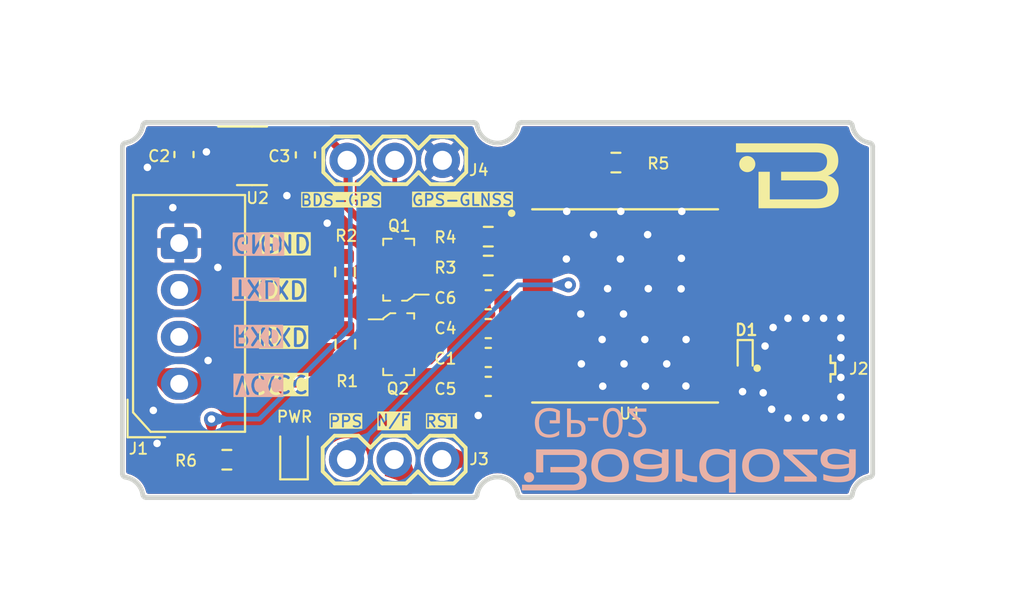
<source format=kicad_pcb>
(kicad_pcb (version 20240108) (generator "pcbnew") (generator_version "8.0")
  (layers (0 "F.Cu" signal) (31 "B.Cu" signal) (34 "B.Paste" user) (35 "F.Paste" user) (36 "B.SilkS" user "B.Silkscreen") (37 "F.SilkS" user "F.Silkscreen") (38 "B.Mask" user) (39 "F.Mask" user) (44 "Edge.Cuts" user))
  (net 0 "")
  (net 1 "+3V3")
  (net 2 "GND")
  (net 3 "VCC")
  (net 5 "TXD")
  (net 6 "RXD")
  (net 7 "PPS")
  (net 8 "N{slash}F")
  (net 9 "RST")
  (net 11 "IO8")
  (net 12 "Net-(U1-RX0)")
  (net 18 "Net-(U1-TX0)")
  (net 19 "Net-(U1-IO8)")
  (net 20 "Net-(Q1-S)")
  (net 21 "Net-(Q2-S)")
  (net 22 "Net-(D1-A)")
  (net 23 "Net-(D2-A)")
  (footprint "digikey-footprints:SOT-23-3" (layer "F.Cu") (at 155.8 78.46)
    (property "Reference" "Q2")
    (property "Value" "2N7002_R1_00001" (hide yes))
  )
  (footprint "Fiducial:Fiducial_0.5mm_Mask1mm" (layer "F.Cu") (at 143.23 85.1)
    (property "Reference" "REF**" (hide yes))
    (property "Value" "Fiducial_0.5mm_Mask1mm" (hide yes))
  )
  (footprint "Capacitor_SMD:C_0603_1608Metric" (layer "F.Cu") (at 160.575 77.62875)
    (property "Reference" "C4")
    (property "Value" "820pF" (hide yes))
  )
  (footprint "others:GPS-02" (layer "F.Cu") (at 167.92 76.35)
    (property "Reference" "U1")
    (property "Value" "GP-02" (hide yes))
  )
  (footprint "Resistor_SMD:R_0603_1608Metric" (layer "F.Cu") (at 146.64 84.62)
    (property "Reference" "R6")
    (property "Value" "10K" (hide yes))
  )
  (footprint "LED_SMD:LED_0603_1608Metric" (layer "F.Cu") (at 150.22 84.18 90)
    (property "Reference" "PWR")
    (property "Value" "LED POWER" (hide yes))
  )
  (footprint "Fiducial:Fiducial_0.5mm_Mask1mm" (layer "F.Cu") (at 172.36 68.08)
    (property "Reference" "REF**" (hide yes))
    (property "Value" "Fiducial_0.5mm_Mask1mm" (hide yes))
  )
  (footprint "Capacitor_SMD:C_0603_1608Metric" (layer "F.Cu") (at 160.575 80.70875)
    (property "Reference" "C5")
    (property "Value" "10uF" (hide yes))
  )
  (footprint "Resistor_SMD:R_0603_1608Metric" (layer "F.Cu") (at 152.938 74.61 -90)
    (property "Reference" "R2")
    (property "Value" "10K" (hide yes))
  )
  (footprint "others:2317-04S_1x04_P2.50mm_Vertical" (layer "F.Cu") (at 144.1 80.57 90)
    (property "Reference" "J1")
    (property "Value" "MOLEX_CONNECTOR_1X4" (hide yes))
  )
  (footprint "Connectors:1X03" (layer "F.Cu") (at 158.13 68.66 180)
    (property "Reference" "J4")
    (property "Value" "CONN_03" (hide yes))
  )
  (footprint "digikey-footprints:SOT-23-3" (layer "F.Cu") (at 155.8 74.49 180)
    (property "Reference" "Q1")
    (property "Value" "2N7002_R1_00001" (hide yes))
  )
  (footprint "Capacitor_SMD:C_0603_1608Metric" (layer "F.Cu") (at 160.575 76.08875 180)
    (property "Reference" "C6")
    (property "Value" "100nF" (hide yes))
  )
  (footprint "Resistor_SMD:R_0603_1608Metric" (layer "F.Cu") (at 152.958 78.46 90)
    (property "Reference" "R1")
    (property "Value" "10K" (hide yes))
  )
  (footprint "Capacitor_SMD:C_0603_1608Metric" (layer "F.Cu") (at 144.355 68.35 90)
    (property "Reference" "C2")
    (property "Value" "1uF" (hide yes))
  )
  (footprint "Resistor_SMD:R_0603_1608Metric" (layer "F.Cu") (at 167.38 68.78 180)
    (property "Reference" "R5")
    (property "Value" "22" (hide yes))
  )
  (footprint "Capacitor_SMD:C_0603_1608Metric" (layer "F.Cu") (at 160.575 79.16875)
    (property "Reference" "C1")
    (property "Value" "1uF" (hide yes))
  )
  (footprint "Capacitor_SMD:C_0603_1608Metric" (layer "F.Cu") (at 150.8275 68.37 -90)
    (property "Reference" "C3")
    (property "Value" "1uF" (hide yes))
  )
  (footprint "Connectors:1X03" (layer "F.Cu") (at 153.02 84.61)
    (property "Reference" "J3")
    (property "Value" "CONN_03" (hide yes))
  )
  (footprint "Package_TO_SOT_SMD:SOT-23-5" (layer "F.Cu") (at 147.98 68.42)
    (property "Reference" "U2")
    (property "Value" "TLV73333PDBVR" (hide yes))
  )
  (footprint "others:IPEX_20279-001E-03" (layer "F.Cu") (at 177.52 79.76 180)
    (property "Reference" "J2")
    (property "Value" "321A-331251" (hide yes))
  )
  (footprint "Resistor_SMD:R_0603_1608Metric" (layer "F.Cu") (at 160.575 72.72875 180)
    (property "Reference" "R4")
    (property "Value" "22" (hide yes))
  )
  (footprint "Diode_SMD:D_SOD-923" (layer "F.Cu") (at 174.27 79.1 -90)
    (property "Reference" "D1")
    (property "Value" "SZESD9101P2T5G" (hide yes))
  )
  (footprint "Resistor_SMD:R_0603_1608Metric" (layer "F.Cu") (at 160.575 74.26875)
    (property "Reference" "R3")
    (property "Value" "22" (hide yes))
  )
  (gr_poly (pts (xy 165.16927 86.252671) (xy 165.248272 86.247138) (xy 165.322728 86.237675) (xy 165.392503 86.224085) (xy 165.457465 86.20617) (xy 165.4881 86.195528) (xy 165.51748 86.183731) (xy 165.54559 86.170754) (xy 165.572414 86.156572) (xy 165.597933 86.14116) (xy 165.622133 86.124494) (xy 165.644995 86.106549) (xy 165.666503 86.087301) (xy 165.686641 86.066724) (xy 165.705391 86.044794) (xy 165.722737 86.021486) (xy 165.738663 85.996776) (xy 165.753152 85.970638) (xy 165.766186 85.943048) (xy 165.777749 85.913982) (xy 165.787825 85.883414) (xy 165.796396 85.851321) (xy 165.803447 85.817676) (xy 165.80896 85.782456) (xy 165.812918 85.745636) (xy 165.815306 85.707191) (xy 165.816105 85.667096) (xy 165.815644 85.640701) (xy 165.814276 85.615088) (xy 165.812024 85.590248) (xy 165.808912 85.566172) (xy 165.804962 85.542853) (xy 165.800199 85.52028) (xy 165.794645 85.498445) (xy 165.788324 85.477341) (xy 165.781258 85.456957) (xy 165.773472 85.437285) (xy 165.764988 85.418317) (xy 165.75583 85.400043) (xy 165.74602 85.382455) (xy 165.735583 85.365545) (xy 165.712918 85.333721) (xy 165.68802 85.304502) (xy 165.661076 85.277818) (xy 165.632272 85.253598) (xy 165.601793 85.231774) (xy 165.569826 85.212275) (xy 165.536557 85.195032) (xy 165.502171 85.179974) (xy 165.466856 85.167033) (xy 165.48606 85.16258) (xy 165.504966 85.157404) (xy 165.523551 85.151504) (xy 165.541797 85.144879) (xy 165.559682 85.137528) (xy 165.577186 85.129448) (xy 165.594289 85.120639) (xy 165.610971 85.111099) (xy 165.62721 85.100826) (xy 165.642988 85.089819) (xy 165.658283 85.078077) (xy 165.673075 85.065597) (xy 165.687344 85.05238) (xy 165.70107 85.038423) (xy 165.714231 85.023724) (xy 165.726808 85.008283) (xy 165.738781 84.992098) (xy 165.750129 84.975167) (xy 165.760831 84.957489) (xy 165.770868 84.939062) (xy 165.780218 84.919886) (xy 165.788863 84.899958) (xy 165.79678 84.879278) (xy 165.803951 84.857843) (xy 165.810354 84.835652) (xy 165.81597 84.812704) (xy 165.820777 84.788997) (xy 165.824756 84.76453) (xy 165.827886 84.739302) (xy 165.830147 84.713311) (xy 165.831519 84.686555) (xy 165.83198 84.659033) (xy 165.831214 84.620673) (xy 165.828918 84.583718) (xy 165.8251 84.548158) (xy 165.819764 84.513979) (xy 165.812916 84.48117) (xy 165.804563 84.449717) (xy 165.79471 84.419608) (xy 165.783363 84.390832) (xy 165.770528 84.363375) (xy 165.75621 84.337226) (xy 165.740415 84.312371) (xy 165.72315 84.288799) (xy 165.704419 84.266498) (xy 165.68423 84.245454) (xy 165.662587 84.225656) (xy 165.639496 84.207091) (xy 165.614963 84.189747) (xy 165.588995 84.173612) (xy 165.561597 84.158672) (xy 165.532774 84.144917) (xy 165.502532 84.132333) (xy 165.470878 84.120908) (xy 165.437817 84.11063) (xy 165.403355 84.101486) (xy 165.367498 84.093464) (xy 165.330251 84.086552) (xy 165.291621 84.080737) (xy 165.251613 84.076007) (xy 165.167486 84.069752) (xy 165.077918 84.067689) (xy 163.125294 84.067689) (xy 163.125294 85.294033) (xy 163.506294 85.294033) (xy 163.506294 84.365346) (xy 165.058075 84.365346) (xy 165.104345 84.366516) (xy 165.147883 84.370059) (xy 165.188654 84.37602) (xy 165.226622 84.384446) (xy 165.244545 84.389597) (xy 165.261754 84.395383) (xy 165.278245 84.401808) (xy 165.294014 84.408878) (xy 165.309056 84.4166) (xy 165.323367 84.424978) (xy 165.336942 84.434019) (xy 165.349778 84.443729) (xy 165.361869 84.454113) (xy 165.373212 84.465177) (xy 165.383802 84.476927) (xy 165.393635 84.48937) (xy 165.402707 84.502509) (xy 165.411012 84.516352) (xy 165.418547 84.530905) (xy 165.425308 84.546172) (xy 165.431289 84.562161) (xy 165.436487 84.578876) (xy 165.440898 84.596323) (xy 165.444516 84.614509) (xy 165.447338 84.633439) (xy 165.449359 84.653119) (xy 165.450574 84.673555) (xy 165.450981 84.694753) (xy 165.450632 84.715893) (xy 165.449586 84.736163) (xy 165.447845 84.755575) (xy 165.445407 84.774143) (xy 165.442275 84.791879) (xy 165.438449 84.808798) (xy 165.43393 84.824911) (xy 165.428718 84.840232) (xy 165.422815 84.854774) (xy 165.41622 84.86855) (xy 165.408935 84.881573) (xy 165.40096 84.893856) (xy 165.392297 84.905413) (xy 165.382945 84.916256) (xy 165.372906 84.926399) (xy 165.36218 84.935854) (xy 165.350768 84.944635) (xy 165.338671 84.952754) (xy 165.325889 84.960225) (xy 165.312423 84.967061) (xy 165.298274 84.973276) (xy 165.283443 84.978881) (xy 165.267931 84.98389) (xy 165.251737 84.988316) (xy 165.234863 84.992173) (xy 165.21731 84.995473) (xy 165.180168 85.000455) (xy 165.140317 85.003368) (xy 165.097762 85.004315) (xy 163.887293 85.004315) (xy 163.887293 85.294033) (xy 165.026324 85.294033) (xy 165.071465 85.295209) (xy 165.114536 85.298785) (xy 165.155421 85.304838) (xy 165.194004 85.313443) (xy 165.212396 85.318726) (xy 165.230168 85.324676) (xy 165.247307 85.331301) (xy 165.263798 85.338612) (xy 165.279626 85.346617) (xy 165.294777 85.355327) (xy 165.309236 85.36475) (xy 165.322988 85.374897) (xy 165.33602 85.385775) (xy 165.348316 85.397396) (xy 165.359863 85.409768) (xy 165.370644 85.422901) (xy 165.380647 85.436805) (xy 165.389856 85.451488) (xy 165.398257 85.46696) (xy 165.405836 85.483231) (xy 165.412577 85.50031) (xy 165.418467 85.518207) (xy 165.42349 85.53693) (xy 165.427633 85.55649) (xy 165.43088 85.576896) (xy 165.433218 85.598157) (xy 165.434631 85.620283) (xy 165.435106 85.643283) (xy 165.434723 85.663016) (xy 165.433578 85.682033) (xy 165.431675 85.700341) (xy 165.429021 85.717946) (xy 165.425619 85.734852) (xy 165.421476 85.751068) (xy 165.416595 85.766597) (xy 165.410983 85.781446) (xy 165.404644 85.79562) (xy 165.397584 85.809126) (xy 165.389807 85.821969) (xy 165.381318 85.834156) (xy 165.372123 85.845691) (xy 165.362227 85.856581) (xy 165.351635 85.866831) (xy 165.340352 85.876447) (xy 165.328382 85.885436) (xy 165.315732 85.893803) (xy 165.302406 85.901553) (xy 165.288409 85.908694) (xy 165.273747 85.915229) (xy 165.258423 85.921166) (xy 165.242445 85.926509) (xy 165.225816 85.931266) (xy 165.208542 85.935441) (xy 165.190627 85.93904) (xy 165.172078 85.94207) (xy 165.152898 85.944536) (xy 165.112669 85.9478) (xy 165.06998 85.948877) (xy 162.371231 85.948877) (xy 162.371231 86.254471) (xy 165.085855 86.254471)) (fill solid) (layer "B.SilkS"))
  (gr_poly (pts (xy 167.127455 85.820983) (xy 167.186761 85.818308) (xy 167.244177 85.813862) (xy 167.299697 85.807653) (xy 167.35332 85.799691) (xy 167.405041 85.789986) (xy 167.454856 85.778548) (xy 167.502763 85.765384) (xy 167.548756 85.750506) (xy 167.592834 85.733922) (xy 167.634991 85.715642) (xy 167.675225 85.695675) (xy 167.713532 85.674031) (xy 167.749908 85.65072) (xy 167.784349 85.62575) (xy 167.816852 85.599131) (xy 167.847414 85.570873) (xy 167.87603 85.540984) (xy 167.902697 85.509475) (xy 167.927411 85.476355) (xy 167.950169 85.441634) (xy 167.970968 85.40532) (xy 167.989802 85.367423) (xy 168.00667 85.327954) (xy 168.021567 85.28692) (xy 168.034489 85.244332) (xy 168.045433 85.200199) (xy 168.054396 85.15453) (xy 168.061373 85.107335) (xy 168.066361 85.058624) (xy 168.069357 85.008406) (xy 168.070356 84.956689) (xy 168.069357 84.90166) (xy 168.066361 84.8482) (xy 168.061373 84.796321) (xy 168.054396 84.746036) (xy 168.045433 84.697355) (xy 168.034489 84.65029) (xy 168.021567 84.604853) (xy 168.00667 84.561055) (xy 167.989802 84.518908) (xy 167.970968 84.478424) (xy 167.950169 84.439615) (xy 167.927411 84.402491) (xy 167.902697 84.367065) (xy 167.87603 84.333348) (xy 167.847414 84.301352) (xy 167.816852 84.271088) (xy 167.784349 84.242569) (xy 167.749908 84.215805) (xy 167.713532 84.190808) (xy 167.675225 84.167591) (xy 167.634991 84.146164) (xy 167.592834 84.126539) (xy 167.548756 84.108728) (xy 167.502763 84.092742) (xy 167.454856 84.078594) (xy 167.405041 84.066294) (xy 167.35332 84.055855) (xy 167.299697 84.047288) (xy 167.244177 84.040604) (xy 167.186761 84.035816) (xy 167.066262 84.031971) (xy 167.00508 84.032945) (xy 166.945807 84.035859) (xy 166.888445 84.040699) (xy 166.832997 84.047451) (xy 166.779465 84.0561) (xy 166.72785 84.066634) (xy 166.678155 84.079039) (xy 166.630382 84.0933) (xy 166.584533 84.109405) (xy 166.540611 84.127338) (xy 166.498618 84.147087) (xy 166.458555 84.168637) (xy 166.420425 84.191974) (xy 166.384231 84.217086) (xy 166.349974 84.243958) (xy 166.317657 84.272576) (xy 166.287281 84.302926) (xy 166.258849 84.334995) (xy 166.232364 84.368769) (xy 166.207826 84.404234) (xy 166.185239 84.441377) (xy 166.164605 84.480182) (xy 166.145925 84.520637) (xy 166.129203 84.562728) (xy 166.11444 84.606442) (xy 166.101638 84.651763) (xy 166.090799 84.698678) (xy 166.081927 84.747175) (xy 166.075022 84.797238) (xy 166.070087 84.848854) (xy 166.067125 84.902009) (xy 166.066137 84.956689) (xy 166.423324 84.956689) (xy 166.423975 84.919263) (xy 166.425923 84.882891) (xy 166.429165 84.847584) (xy 166.433696 84.813349) (xy 166.439512 84.780195) (xy 166.446608 84.748132) (xy 166.45498 84.717167) (xy 166.464624 84.68731) (xy 166.475536 84.658569) (xy 166.48771 84.630953) (xy 166.501143 84.604471) (xy 166.51583 84.579131) (xy 166.531768 84.554942) (xy 166.548951 84.531912) (xy 166.567375 84.510052) (xy 166.587036 84.489369) (xy 166.607929 84.469871) (xy 166.63005 84.451569) (xy 166.653396 84.434469) (xy 166.67796 84.418582) (xy 166.70374 84.403916) (xy 166.73073 84.390479) (xy 166.758927 84.378281) (xy 166.788326 84.36733) (xy 166.818922 84.357634) (xy 166.850711 84.349203) (xy 166.88369 84.342045) (xy 166.917853 84.336169) (xy 166.953196 84.331583) (xy 166.989714 84.328297) (xy 167.027405 84.326319) (xy 167.066262 84.325658) (xy 167.105119 84.326364) (xy 167.14281 84.328472) (xy 167.179329 84.331963) (xy 167.214672 84.33682) (xy 167.248835 84.343026) (xy 167.281813 84.350563) (xy 167.313603 84.359414) (xy 167.344199 84.369562) (xy 167.373598 84.380989) (xy 167.401794 84.393677) (xy 167.428785 84.407609) (xy 167.454565 84.422768) (xy 167.479129 84.439136) (xy 167.502474 84.456696) (xy 167.524596 84.47543) (xy 167.545489 84.495321) (xy 167.56515 84.516352) (xy 167.583574 84.538505) (xy 167.600757 84.561762) (xy 167.616694 84.586107) (xy 167.631382 84.611521) (xy 167.644815 84.637987) (xy 167.656989 84.665488) (xy 167.667901 84.694007) (xy 167.677545 84.723526) (xy 167.685917 84.754027) (xy 167.693013 84.785493) (xy 167.698829 84.817907) (xy 167.70336 84.851251) (xy 167.706602 84.885507) (xy 167.70855 84.920659) (xy 167.7092 84.956689) (xy 167.708572 84.992548) (xy 167.706689 85.027202) (xy 167.70355 85.060656) (xy 167.699154 85.092914) (xy 167.693504 85.123979) (xy 167.686597 85.153857) (xy 167.678435 85.182553) (xy 167.669017 85.210069) (xy 167.658343 85.236411) (xy 167.646413 85.261583) (xy 167.633228 85.28559) (xy 167.618787 85.308435) (xy 167.60309 85.330123) (xy 167.586138 85.350659) (xy 167.567929 85.370047) (xy 167.548465 85.388291) (xy 167.527746 85.405395) (xy 167.50577 85.421364) (xy 167.482539 85.436203) (xy 167.458052 85.449915) (xy 167.43231 85.462505) (xy 167.405311 85.473977) (xy 167.377057 85.484336) (xy 167.347547 85.493586) (xy 167.316782 85.501732) (xy 167.28476 85.508777) (xy 167.21695 85.519585) (xy 167.144118 85.526043) (xy 167.066262 85.528189) (xy 166.988406 85.526218) (xy 166.915574 85.520236) (xy 166.881041 85.515708) (xy 166.847764 85.510137) (xy 166.815742 85.503512) (xy 166.784977 85.495819) (xy 166.755467 85.487044) (xy 166.727213 85.477174) (xy 166.700215 85.466198) (xy 166.674472 85.4541) (xy 166.649985 85.440869) (xy 166.626754 85.426491) (xy 166.604778 85.410954) (xy 166.584059 85.394243) (xy 166.564595 85.376347) (xy 166.546387 85.357252) (xy 166.529434 85.336944) (xy 166.513737 85.315411) (xy 166.499296 85.29264) (xy 166.486111 85.268618) (xy 166.474182 85.243331) (xy 166.463508 85.216766) (xy 166.45409 85.188911) (xy 166.445928 85.159752) (xy 166.439021 85.129277) (xy 166.43337 85.097471) (xy 166.428975 85.064323) (xy 166.425836 85.029818) (xy 166.423952 84.993945) (xy 166.423324 84.956689) (xy 166.066137 84.956689) (xy 166.067136 85.008056) (xy 166.070131 85.05797) (xy 166.075117 85.106418) (xy 166.08209 85.15339) (xy 166.091045 85.198874) (xy 166.101978 85.242858) (xy 166.114885 85.28533) (xy 166.129761 85.326279) (xy 166.146602 85.365693) (xy 166.165404 85.403561) (xy 166.186163 85.439871) (xy 166.208873 85.474611) (xy 166.23353 85.50777) (xy 166.260131 85.539335) (xy 166.288671 85.569297) (xy 166.319145 85.597642) (xy 166.351549 85.624359) (xy 166.385879 85.649437) (xy 166.422131 85.672864) (xy 166.460299 85.694628) (xy 166.50038 85.714718) (xy 166.54237 85.733122) (xy 166.586263 85.749828) (xy 166.632056 85.764825) (xy 166.679744 85.778102) (xy 166.729323 85.789646) (xy 166.780789 85.799445) (xy 166.834137 85.80749) (xy 166.946461 85.818264) (xy 167.066262 85.821876) (xy 167.066262 85.821877)) (fill solid) (layer "B.SilkS"))
  (gr_poly (pts (xy 173.765512 84.067689) (xy 173.4242 84.067689) (xy 173.4242 84.270095) (xy 173.393424 84.245883) (xy 173.360677 84.222431) (xy 173.326035 84.199852) (xy 173.289573 84.178256) (xy 173.251367 84.157752) (xy 173.211492 84.138452) (xy 173.170025 84.120466) (xy 173.12704 84.103904) (xy 173.082613 84.088877) (xy 173.036821 84.075495) (xy 172.989737 84.063869) (xy 172.941439 84.054109) (xy 172.892001 84.046325) (xy 172.841499 84.040629) (xy 172.790009 84.03713) (xy 172.737606 84.035939) (xy 172.682611 84.036869) (xy 172.62925 84.039653) (xy 172.577532 84.044288) (xy 172.527464 84.050768) (xy 172.479052 84.059088) (xy 172.432305 84.069242) (xy 172.387229 84.081227) (xy 172.343832 84.095036) (xy 172.30212 84.110665) (xy 172.262102 84.128109) (xy 172.223784 84.147362) (xy 172.187175 84.168419) (xy 172.15228 84.191276) (xy 172.119107 84.215927) (xy 172.087664 84.242367) (xy 172.057958 84.270591) (xy 172.029996 84.300594) (xy 172.003785 84.332371) (xy 171.979333 84.365917) (xy 171.956646 84.401227) (xy 171.935733 84.438295) (xy 171.9166 84.477116) (xy 171.899255 84.517686) (xy 171.883705 84.56) (xy 171.869957 84.604051) (xy 171.858019 84.649836) (xy 171.847897 84.697349) (xy 171.839599 84.746585) (xy 171.833133 84.797539) (xy 171.828505 84.850206) (xy 171.825723 84.90458) (xy 171.824991 84.948751) (xy 172.189918 84.948751) (xy 172.192162 84.879056) (xy 172.19894 84.81293) (xy 172.204052 84.781246) (xy 172.210323 84.750502) (xy 172.217763 84.720714) (xy 172.226381 84.691899) (xy 172.236184 84.664072) (xy 172.247182 84.637249) (xy 172.259383 84.611447) (xy 172.272796 84.586681) (xy 172.287431 84.562967) (xy 172.303295 84.540321) (xy 172.320397 84.51876) (xy 172.338746 84.498299) (xy 172.358351 84.478954) (xy 172.37922 84.460741) (xy 172.401363 84.443676) (xy 172.424787 84.427776) (xy 172.449502 84.413056) (xy 172.475517 84.399532) (xy 172.502839 84.38722) (xy 172.531478 84.376136) (xy 172.561443 84.366296) (xy 172.592742 84.357716) (xy 172.625384 84.350413) (xy 172.659378 84.344401) (xy 172.694732 84.339698) (xy 172.731455 84.336318) (xy 172.769556 84.334279) (xy 172.809043 84.333596) (xy 172.852093 84.334607) (xy 172.894852 84.337595) (xy 172.937216 84.342491) (xy 172.97908 84.349223) (xy 173.020339 84.357722) (xy 173.060889 84.367919) (xy 173.100625 84.379744) (xy 173.139442 84.393127) (xy 173.177237 84.407998) (xy 173.213903 84.424288) (xy 173.249337 84.441926) (xy 173.283433 84.460844) (xy 173.316088 84.48097) (xy 173.347197 84.502236) (xy 173.376654 84.524572) (xy 173.404356 84.547908) (xy 173.408324 84.547908) (xy 173.408324 85.305939) (xy 173.376565 85.33198) (xy 173.343817 85.356509) (xy 173.310115 85.379504) (xy 173.275496 85.40094) (xy 173.239992 85.420796) (xy 173.20364 85.439046) (xy 173.166473 85.455669) (xy 173.128528 85.470641) (xy 173.089839 85.483939) (xy 173.05044 85.495539) (xy 173.010367 85.505418) (xy 172.969655 85.513553) (xy 172.928337 85.519921) (xy 172.88645 85.524498) (xy 172.844029 85.527262) (xy 172.801107 85.528188) (xy 172.73211 85.526215) (xy 172.666595 85.520219) (xy 172.635185 85.515677) (xy 172.604696 85.510084) (xy 172.575145 85.503428) (xy 172.546548 85.495694) (xy 172.518921 85.486867) (xy 172.492282 85.476932) (xy 172.466648 85.465875) (xy 172.442034 85.453681) (xy 172.418459 85.440337) (xy 172.395937 85.425826) (xy 172.374487 85.410136) (xy 172.354125 85.393251) (xy 172.334867 85.375157) (xy 172.316731 85.355838) (xy 172.299732 85.335282) (xy 172.283889 85.313473) (xy 172.269217 85.290396) (xy 172.255733 85.266038) (xy 172.243453 85.240383) (xy 172.232396 85.213417) (xy 172.222577 85.185126) (xy 172.214012 85.155494) (xy 172.20672 85.124508) (xy 172.200716 85.092153) (xy 172.196017 85.058415) (xy 172.19264 85.023278) (xy 172.190601 84.986728) (xy 172.189918 84.948751) (xy 171.824991 84.948751) (xy 171.824794 84.960658) (xy 171.825836 85.016564) (xy 171.828941 85.070441) (xy 171.834081 85.122304) (xy 171.841227 85.172172) (xy 171.85035 85.22006) (xy 171.86142 85.265985) (xy 171.874408 85.309964) (xy 171.889286 85.352014) (xy 171.906024 85.392151) (xy 171.924594 85.430392) (xy 171.944966 85.466753) (xy 171.96711 85.501253) (xy 171.990999 85.533906) (xy 172.016603 85.56473) (xy 172.043893 85.593742) (xy 172.07284 85.620959) (xy 172.103415 85.646396) (xy 172.135588 85.670071) (xy 172.169331 85.692) (xy 172.204615 85.712201) (xy 172.24141 85.73069) (xy 172.279688 85.747483) (xy 172.319419 85.762597) (xy 172.360574 85.77605) (xy 172.403125 85.787857) (xy 172.447042 85.798036) (xy 172.538858 85.813575) (xy 172.635791 85.8228) (xy 172.737606 85.825845) (xy 172.789743 85.824699) (xy 172.840484 85.821326) (xy 172.889829 85.815825) (xy 172.93778 85.808296) (xy 172.984335 85.798836) (xy 173.029495 85.787545) (xy 173.07326 85.774522) (xy 173.115629 85.759865) (xy 173.156604 85.743673) (xy 173.196183 85.726045) (xy 173.234366 85.70708) (xy 173.271155 85.686877) (xy 173.306548 85.665534) (xy 173.340546 85.643151) (xy 173.373149 85.619825) (xy 173.404356 85.595657) (xy 173.404356 86.369564) (xy 173.765512 86.369564)) (fill solid) (layer "B.SilkS"))
  (gr_poly (pts (xy 179.250324 85.821875) (xy 179.367183 85.819589) (xy 179.422316 85.816724) (xy 179.47528 85.812705) (xy 179.526095 85.807525) (xy 179.574784 85.801181) (xy 179.621367 85.793667) (xy 179.665865 85.784978) (xy 179.708299 85.775108) (xy 179.74869 85.764054) (xy 179.78706 85.751809) (xy 179.823429 85.738368) (xy 179.857818 85.723727) (xy 179.890249 85.707881) (xy 179.920743 85.690823) (xy 179.94932 85.67255) (xy 179.976002 85.653056) (xy 180.00081 85.632337) (xy 180.023765 85.610386) (xy 180.044888 85.587199) (xy 180.0642 85.562771) (xy 180.081722 85.537096) (xy 180.097475 85.51017) (xy 180.111481 85.481988) (xy 180.12376 85.452544) (xy 180.134333 85.421834) (xy 180.143222 85.389852) (xy 180.150448 85.356592) (xy 180.156031 85.322052) (xy 180.159993 85.286224) (xy 180.162354 85.249104) (xy 180.163137 85.210687) (xy 180.163137 84.063718) (xy 179.821824 84.063718) (xy 179.821824 84.278032) (xy 179.788574 84.256302) (xy 179.751533 84.234414) (xy 179.711004 84.212585) (xy 179.66729 84.19103) (xy 179.620692 84.169962) (xy 179.571513 84.149598) (xy 179.520055 84.130153) (xy 179.46662 84.111841) (xy 179.411511 84.094878) (xy 179.35503 84.079478) (xy 179.297479 84.065858) (xy 179.239161 84.054232) (xy 179.180378 84.044815) (xy 179.121432 84.037822) (xy 179.062625 84.033468) (xy 179.004261 84.03197) (xy 178.939337 84.033414) (xy 178.874432 84.037946) (xy 178.810119 84.045861) (xy 178.746974 84.057456) (xy 178.71602 84.064726) (xy 178.685574 84.073028) (xy 178.655708 84.082398) (xy 178.626493 84.092873) (xy 178.598003 84.10449) (xy 178.570308 84.117287) (xy 178.543481 84.1313) (xy 178.517593 84.146567) (xy 178.492717 84.163124) (xy 178.468925 84.18101) (xy 178.446288 84.200259) (xy 178.424878 84.220911) (xy 178.404768 84.243002) (xy 178.386029 84.266568) (xy 178.368733 84.291648) (xy 178.352952 84.318278) (xy 178.338759 84.346494) (xy 178.326224 84.376335) (xy 178.315421 84.407837) (xy 178.30642 84.441038) (xy 178.299294 84.475974) (xy 178.294116 84.512682) (xy 178.290956 84.5512) (xy 178.289991 84.587594) (xy 178.655011 84.587594) (xy 178.655464 84.570375) (xy 178.656821 84.553691) (xy 178.659079 84.537543) (xy 178.662236 84.521932) (xy 178.666287 84.506859) (xy 178.671231 84.492325) (xy 178.677065 84.478329) (xy 178.683785 84.464874) (xy 178.691389 84.451959) (xy 178.699873 84.439586) (xy 178.709235 84.427754) (xy 178.719473 84.416466) (xy 178.730582 84.405721) (xy 178.74256 84.395521) (xy 178.755405 84.385865) (xy 178.769113 84.376755) (xy 178.799107 84.360176) (xy 178.83252 84.345788) (xy 178.869328 84.333598) (xy 178.909508 84.323611) (xy 178.953036 84.315834) (xy 178.99989 84.310271) (xy 179.050046 84.306929) (xy 179.103481 84.305814) (xy 179.149433 84.306826) (xy 179.19632 84.309821) (xy 179.243871 84.314735) (xy 179.291811 84.321503) (xy 179.339867 84.330061) (xy 179.387766 84.340347) (xy 179.435235 84.352295) (xy 179.482001 84.365841) (xy 179.527789 84.380923) (xy 179.572328 84.397475) (xy 179.615344 84.415434) (xy 179.656564 84.434736) (xy 179.695714 84.455318) (xy 179.732521 84.477114) (xy 179.766711 84.500061) (xy 179.798013 84.524096) (xy 179.798013 84.829689) (xy 179.735776 84.840052) (xy 179.66847 84.850091) (xy 179.596606 84.859478) (xy 179.520695 84.867888) (xy 179.441251 84.874996) (xy 179.358783 84.880476) (xy 179.273803 84.884003) (xy 179.186824 84.885251) (xy 179.120027 84.884437) (xy 179.058003 84.881902) (xy 179.000687 84.877507) (xy 178.973776 84.874569) (xy 178.948017 84.871112) (xy 178.923404 84.867121) (xy 178.899928 84.862578) (xy 178.877581 84.857465) (xy 178.856356 84.851765) (xy 178.836244 84.84546) (xy 178.817237 84.838533) (xy 178.799328 84.830967) (xy 178.782508 84.822743) (xy 178.766769 84.813845) (xy 178.752104 84.804256) (xy 178.738503 84.793957) (xy 178.725961 84.782932) (xy 178.714467 84.771162) (xy 178.704015 84.758631) (xy 178.694597 84.745321) (xy 178.686203 84.731214) (xy 178.678827 84.716293) (xy 178.672461 84.700541) (xy 178.667096 84.68394) (xy 178.662724 84.666474) (xy 178.659338 84.648123) (xy 178.656929 84.628871) (xy 178.655489 84.608701) (xy 178.655011 84.587594) (xy 178.289991 84.587594) (xy 178.289886 84.591564) (xy 178.290971 84.631849) (xy 178.294193 84.670134) (xy 178.299504 84.706467) (xy 178.306854 84.740896) (xy 178.316196 84.773467) (xy 178.32748 84.804228) (xy 178.340658 84.833226) (xy 178.355681 84.860509) (xy 178.3725 84.886123) (xy 178.391067 84.910115) (xy 178.411333 84.932534) (xy 178.43325 84.953426) (xy 178.456768 84.972838) (xy 178.481839 84.990818) (xy 178.508414 85.007412) (xy 178.536445 85.022669) (xy 178.596679 85.049358) (xy 178.662151 85.071263) (xy 178.732471 85.088761) (xy 178.80725 85.10223) (xy 178.886099 85.112048) (xy 178.968628 85.118593) (xy 179.054447 85.122243) (xy 179.143168 85.123376) (xy 179.23627 85.121748) (xy 179.327652 85.117051) (xy 179.416709 85.109563) (xy 179.502835 85.099564) (xy 179.585427 85.087332) (xy 179.66388 85.073147) (xy 179.737588 85.057288) (xy 179.805948 85.040033) (xy 179.805948 85.194814) (xy 179.804099 85.235748) (xy 179.798414 85.273747) (xy 179.788682 85.30885) (xy 179.782233 85.325329) (xy 179.774694 85.341099) (xy 179.766039 85.356166) (xy 179.756242 85.370535) (xy 179.745276 85.38421) (xy 179.733116 85.397197) (xy 179.719734 85.409501) (xy 179.705106 85.421127) (xy 179.689204 85.43208) (xy 179.672003 85.442365) (xy 179.633599 85.460952) (xy 179.589683 85.476929) (xy 179.540047 85.490336) (xy 179.48448 85.501214) (xy 179.422775 85.509604) (xy 179.354721 85.515546) (xy 179.280109 85.519082) (xy 179.19873 85.520251) (xy 179.146657 85.519564) (xy 179.094682 85.517538) (xy 179.042905 85.514234) (xy 178.991425 85.509709) (xy 178.94034 85.504022) (xy 178.889749 85.49723) (xy 178.839751 85.489391) (xy 178.790445 85.480564) (xy 178.74193 85.470807) (xy 178.694304 85.460177) (xy 178.647666 85.448734) (xy 178.602115 85.436535) (xy 178.557751 85.423639) (xy 178.514671 85.410103) (xy 178.472975 85.395985) (xy 178.432761 85.381345) (xy 178.432761 85.690908) (xy 178.46854 85.704805) (xy 178.507284 85.718185) (xy 178.548795 85.730995) (xy 178.592876 85.743184) (xy 178.687956 85.765484) (xy 178.790942 85.784669) (xy 178.900253 85.800319) (xy 179.014308 85.812016) (xy 179.131526 85.819342) (xy 179.250324 85.821876)) (fill solid) (layer "B.SilkS"))
  (gr_poly (pts (xy 169.272887 85.821875) (xy 169.389746 85.819589) (xy 169.444879 85.816724) (xy 169.497843 85.812705) (xy 169.548658 85.807525) (xy 169.597347 85.801181) (xy 169.64393 85.793667) (xy 169.688428 85.784978) (xy 169.730862 85.775108) (xy 169.771253 85.764054) (xy 169.809623 85.751809) (xy 169.845992 85.738368) (xy 169.880381 85.723727) (xy 169.912812 85.707881) (xy 169.943306 85.690823) (xy 169.971883 85.67255) (xy 169.998565 85.653056) (xy 170.023373 85.632337) (xy 170.046328 85.610386) (xy 170.067451 85.587199) (xy 170.086763 85.562771) (xy 170.104285 85.537096) (xy 170.120038 85.51017) (xy 170.134044 85.481988) (xy 170.146323 85.452544) (xy 170.156896 85.421834) (xy 170.165785 85.389852) (xy 170.173011 85.356592) (xy 170.178594 85.322052) (xy 170.182555 85.286224) (xy 170.184917 85.249104) (xy 170.1857 85.210687) (xy 170.1857 84.063718) (xy 169.844387 84.063718) (xy 169.844387 84.278032) (xy 169.811137 84.256302) (xy 169.774097 84.234414) (xy 169.733568 84.212585) (xy 169.689854 84.19103) (xy 169.643256 84.169962) (xy 169.594077 84.149598) (xy 169.542619 84.130153) (xy 169.489184 84.111841) (xy 169.434075 84.094878) (xy 169.377594 84.079478) (xy 169.320044 84.065858) (xy 169.261725 84.054232) (xy 169.202942 84.044815) (xy 169.143996 84.037822) (xy 169.08519 84.033468) (xy 169.026825 84.03197) (xy 168.961902 84.033414) (xy 168.896996 84.037946) (xy 168.832683 84.045861) (xy 168.769539 84.057456) (xy 168.738584 84.064726) (xy 168.708138 84.073028) (xy 168.678272 84.082398) (xy 168.649057 84.092873) (xy 168.620567 84.10449) (xy 168.592872 84.117287) (xy 168.566045 84.1313) (xy 168.540157 84.146567) (xy 168.515281 84.163124) (xy 168.491489 84.18101) (xy 168.468851 84.200259) (xy 168.447442 84.220911) (xy 168.427331 84.243002) (xy 168.408592 84.266568) (xy 168.391297 84.291648) (xy 168.375516 84.318278) (xy 168.361322 84.346494) (xy 168.348788 84.376335) (xy 168.337984 84.407837) (xy 168.328984 84.441038) (xy 168.321858 84.475974) (xy 168.316679 84.512682) (xy 168.313519 84.5512) (xy 168.312555 84.587594) (xy 168.677574 84.587594) (xy 168.678027 84.570375) (xy 168.679384 84.553691) (xy 168.681642 84.537543) (xy 168.684799 84.521932) (xy 168.68885 84.506859) (xy 168.693794 84.492325) (xy 168.699628 84.478329) (xy 168.706348 84.464874) (xy 168.713952 84.451959) (xy 168.722436 84.439586) (xy 168.731798 84.427754) (xy 168.742036 84.416466) (xy 168.753145 84.405721) (xy 168.765123 84.395521) (xy 168.777968 84.385865) (xy 168.791676 84.376755) (xy 168.82167 84.360176) (xy 168.855083 84.345788) (xy 168.891891 84.333598) (xy 168.93207 84.323611) (xy 168.975599 84.315834) (xy 169.022452 84.310271) (xy 169.072608 84.306929) (xy 169.126043 84.305814) (xy 169.171994 84.306826) (xy 169.218882 84.309821) (xy 169.266432 84.314735) (xy 169.314372 84.321503) (xy 169.362429 84.330061) (xy 169.410328 84.340347) (xy 169.457797 84.352295) (xy 169.504562 84.365841) (xy 169.550351 84.380923) (xy 169.59489 84.397475) (xy 169.637906 84.415434) (xy 169.679125 84.434736) (xy 169.718275 84.455318) (xy 169.755082 84.477114) (xy 169.789272 84.500061) (xy 169.820574 84.524096) (xy 169.820574 84.829689) (xy 169.758337 84.840052) (xy 169.691032 84.850091) (xy 169.619168 84.859478) (xy 169.543258 84.867888) (xy 169.463813 84.874996) (xy 169.381345 84.880476) (xy 169.296366 84.884003) (xy 169.209387 84.885251) (xy 169.14259 84.884437) (xy 169.080565 84.881902) (xy 169.02325 84.877507) (xy 168.996338 84.874569) (xy 168.97058 84.871112) (xy 168.945967 84.867121) (xy 168.922491 84.862578) (xy 168.900144 84.857465) (xy 168.878919 84.851765) (xy 168.858807 84.84546) (xy 168.8398 84.838533) (xy 168.82189 84.830967) (xy 168.80507 84.822743) (xy 168.789332 84.813845) (xy 168.774666 84.804256) (xy 168.761066 84.793957) (xy 168.748523 84.782932) (xy 168.73703 84.771162) (xy 168.726578 84.758631) (xy 168.717159 84.745321) (xy 168.708766 84.731214) (xy 168.70139 84.716293) (xy 168.695024 84.700541) (xy 168.689659 84.68394) (xy 168.685287 84.666474) (xy 168.681901 84.648123) (xy 168.679492 84.628871) (xy 168.678052 84.608701) (xy 168.677574 84.587594) (xy 168.312555 84.587594) (xy 168.31245 84.591564) (xy 168.313535 84.631849) (xy 168.316757 84.670134) (xy 168.322067 84.706467) (xy 168.329418 84.740896) (xy 168.33876 84.773467) (xy 168.350044 84.804228) (xy 168.363221 84.833226) (xy 168.378244 84.860509) (xy 168.395064 84.886123) (xy 168.413631 84.910115) (xy 168.433897 84.932534) (xy 168.455813 84.953426) (xy 168.479331 84.972838) (xy 168.504403 84.990818) (xy 168.530978 85.007412) (xy 168.559009 85.022669) (xy 168.619243 85.049358) (xy 168.684714 85.071263) (xy 168.755035 85.088761) (xy 168.829814 85.10223) (xy 168.908663 85.112048) (xy 168.991192 85.118593) (xy 169.077011 85.122243) (xy 169.165731 85.123376) (xy 169.258834 85.121748) (xy 169.350216 85.117051) (xy 169.439273 85.109563) (xy 169.525399 85.099564) (xy 169.607991 85.087332) (xy 169.686443 85.073147) (xy 169.760152 85.057288) (xy 169.828512 85.040033) (xy 169.828512 85.194814) (xy 169.826664 85.235748) (xy 169.820978 85.273747) (xy 169.811246 85.30885) (xy 169.804797 85.325329) (xy 169.797258 85.341099) (xy 169.788603 85.356166) (xy 169.778806 85.370535) (xy 169.76784 85.38421) (xy 169.75568 85.397197) (xy 169.742298 85.409501) (xy 169.72767 85.421127) (xy 169.711768 85.43208) (xy 169.694567 85.442365) (xy 169.656162 85.460952) (xy 169.612246 85.476929) (xy 169.56261 85.490336) (xy 169.507043 85.501214) (xy 169.445338 85.509604) (xy 169.377284 85.515546) (xy 169.302672 85.519082) (xy 169.221293 85.520251) (xy 169.16922 85.519564) (xy 169.117245 85.517538) (xy 169.065468 85.514234) (xy 169.013988 85.509709) (xy 168.962903 85.504022) (xy 168.912312 85.49723) (xy 168.862314 85.489391) (xy 168.813008 85.480564) (xy 168.764493 85.470807) (xy 168.716867 85.460177) (xy 168.670229 85.448734) (xy 168.624679 85.436535) (xy 168.580314 85.423639) (xy 168.537234 85.410103) (xy 168.495538 85.395985) (xy 168.455324 85.381345) (xy 168.455324 85.690908) (xy 168.491103 85.704805) (xy 168.529847 85.718185) (xy 168.571358 85.730995) (xy 168.615439 85.743184) (xy 168.710518 85.765484) (xy 168.813504 85.784669) (xy 168.922816 85.800319) (xy 169.036871 85.812016) (xy 169.154088 85.819342) (xy 169.272887 85.821876)) (fill solid) (layer "B.SilkS"))
  (gr_poly (pts (xy 171.70573 85.500407) (xy 171.636082 85.49945) (xy 171.569917 85.496656) (xy 171.507088 85.49214) (xy 171.447452 85.486021) (xy 171.390861 85.478413) (xy 171.337172 85.469433) (xy 171.286238 85.459197) (xy 171.237914 85.447822) (xy 171.192056 85.435423) (xy 171.148517 85.422118) (xy 171.107152 85.408022) (xy 171.067816 85.393251) (xy 171.030364 85.377923) (xy 170.99465 85.362153) (xy 170.960529 85.346057) (xy 170.927855 85.329752) (xy 170.927855 84.06372) (xy 170.566699 84.06372) (xy 170.566699 85.790126) (xy 170.908012 85.790126) (xy 170.91198 85.786158) (xy 170.91198 85.611532) (xy 170.948974 85.633471) (xy 170.987108 85.654584) (xy 171.026497 85.67479) (xy 171.067258 85.694008) (xy 171.109507 85.712156) (xy 171.153361 85.729153) (xy 171.198936 85.744918) (xy 171.246347 85.759368) (xy 171.295713 85.772424) (xy 171.347147 85.784003) (xy 171.400768 85.794023) (xy 171.456691 85.802404) (xy 171.515032 85.809065) (xy 171.575908 85.813923) (xy 171.639435 85.816898) (xy 171.70573 85.817907)) (fill solid) (layer "B.SilkS"))
  (gr_poly (pts (xy 162.76215 85.821526) (xy 162.775856 85.820484) (xy 162.789362 85.818767) (xy 162.802652 85.816394) (xy 162.815708 85.813381) (xy 162.828515 85.809744) (xy 162.841055 85.805501) (xy 162.85331 85.800669) (xy 162.865265 85.795264) (xy 162.876901 85.789304) (xy 162.888203 85.782806) (xy 162.899152 85.775786) (xy 162.909733 85.768262) (xy 162.919928 85.760251) (xy 162.929721 85.751768) (xy 162.939093 85.742832) (xy 162.948029 85.73346) (xy 162.956511 85.723667) (xy 162.964523 85.713472) (xy 162.972047 85.702891) (xy 162.979067 85.691942) (xy 162.985565 85.68064) (xy 162.991525 85.669004) (xy 162.99693 85.657049) (xy 163.001762 85.644794) (xy 163.006005 85.632254) (xy 163.009641 85.619448) (xy 163.012655 85.606391) (xy 163.015028 85.593101) (xy 163.016744 85.579595) (xy 163.017787 85.565889) (xy 163.018138 85.552002) (xy 163.017787 85.538114) (xy 163.016744 85.524409) (xy 163.015028 85.510903) (xy 163.012655 85.497613) (xy 163.009641 85.484556) (xy 163.006005 85.471749) (xy 163.001762 85.45921) (xy 162.99693 85.446955) (xy 162.991525 85.435) (xy 162.985565 85.423364) (xy 162.979067 85.412062) (xy 162.972047 85.401112) (xy 162.964523 85.390532) (xy 162.956511 85.380337) (xy 162.948029 85.370544) (xy 162.939093 85.361172) (xy 162.929721 85.352236) (xy 162.919928 85.343753) (xy 162.909733 85.335742) (xy 162.899152 85.328218) (xy 162.888203 85.321198) (xy 162.876901 85.3147) (xy 162.865265 85.30874) (xy 162.85331 85.303335) (xy 162.841055 85.298503) (xy 162.828515 85.29426) (xy 162.815708 85.290624) (xy 162.802652 85.28761) (xy 162.789362 85.285237) (xy 162.775856 85.28352) (xy 162.76215 85.282478) (xy 162.748262 85.282127) (xy 162.734375 85.282478) (xy 162.720669 85.28352) (xy 162.707163 85.285237) (xy 162.693873 85.28761) (xy 162.680816 85.290624) (xy 162.66801 85.29426) (xy 162.65547 85.298503) (xy 162.643215 85.303335) (xy 162.63126 85.30874) (xy 162.619624 85.3147) (xy 162.608322 85.321198) (xy 162.597373 85.328218) (xy 162.586792 85.335742) (xy 162.576597 85.343753) (xy 162.566805 85.352236) (xy 162.557432 85.361172) (xy 162.548496 85.370544) (xy 162.540014 85.380337) (xy 162.532002 85.390532) (xy 162.524478 85.401112) (xy 162.517458 85.412062) (xy 162.51096 85.423364) (xy 162.505 85.435) (xy 162.499596 85.446955) (xy 162.494763 85.45921) (xy 162.49052 85.471749) (xy 162.486884 85.484556) (xy 162.48387 85.497613) (xy 162.481497 85.510903) (xy 162.479781 85.524409) (xy 162.478739 85.538114) (xy 162.478387 85.552002) (xy 162.478739 85.565889) (xy 162.479781 85.579595) (xy 162.481497 85.593101) (xy 162.48387 85.606391) (xy 162.486884 85.619448) (xy 162.49052 85.632254) (xy 162.494763 85.644794) (xy 162.499596 85.657049) (xy 162.505 85.669004) (xy 162.51096 85.68064) (xy 162.517458 85.691942) (xy 162.524478 85.702891) (xy 162.532002 85.713472) (xy 162.540014 85.723667) (xy 162.548496 85.73346) (xy 162.557432 85.742832) (xy 162.566805 85.751768) (xy 162.576597 85.760251) (xy 162.586792 85.768262) (xy 162.597373 85.775786) (xy 162.608322 85.782806) (xy 162.619624 85.789304) (xy 162.63126 85.795264) (xy 162.643215 85.800669) (xy 162.65547 85.805501) (xy 162.66801 85.809744) (xy 162.680816 85.813381) (xy 162.693873 85.816394) (xy 162.707163 85.818767) (xy 162.720669 85.820484) (xy 162.734375 85.821526) (xy 162.748262 85.821877)) (fill solid) (layer "B.SilkS"))
  (gr_poly (pts (xy 178.079542 85.544064) (xy 176.781761 84.34947) (xy 178.123199 84.35344) (xy 178.123199 84.067689) (xy 176.305511 84.067689) (xy 176.305511 84.313752) (xy 177.599324 85.512314) (xy 176.357105 85.508345) (xy 176.357105 85.790126) (xy 178.079542 85.790126)) (fill solid) (layer "B.SilkS"))
  (gr_poly (pts (xy 175.168141 85.820983) (xy 175.227448 85.818308) (xy 175.284863 85.813862) (xy 175.340384 85.807653) (xy 175.394006 85.799691) (xy 175.445727 85.789986) (xy 175.495542 85.778548) (xy 175.543449 85.765384) (xy 175.589442 85.750506) (xy 175.63352 85.733922) (xy 175.675677 85.715642) (xy 175.715911 85.695675) (xy 175.754218 85.674031) (xy 175.790593 85.65072) (xy 175.825035 85.62575) (xy 175.857538 85.599131) (xy 175.888099 85.570873) (xy 175.916715 85.540984) (xy 175.943382 85.509475) (xy 175.968097 85.476355) (xy 175.990855 85.441634) (xy 176.011653 85.40532) (xy 176.030488 85.367423) (xy 176.047355 85.327954) (xy 176.062252 85.28692) (xy 176.075174 85.244332) (xy 176.086119 85.200199) (xy 176.095081 85.15453) (xy 176.102058 85.107335) (xy 176.107046 85.058624) (xy 176.110042 85.008406) (xy 176.111041 84.956689) (xy 176.110042 84.90166) (xy 176.107046 84.8482) (xy 176.102058 84.796321) (xy 176.095081 84.746036) (xy 176.086119 84.697355) (xy 176.075174 84.65029) (xy 176.062252 84.604853) (xy 176.047356 84.561055) (xy 176.030488 84.518908) (xy 176.011653 84.478424) (xy 175.990855 84.439615) (xy 175.968097 84.402491) (xy 175.943383 84.367065) (xy 175.916716 84.333348) (xy 175.8881 84.301352) (xy 175.857538 84.271088) (xy 175.825035 84.242569) (xy 175.790594 84.215805) (xy 175.754218 84.190808) (xy 175.715912 84.167591) (xy 175.675678 84.146164) (xy 175.63352 84.126539) (xy 175.589443 84.108728) (xy 175.543449 84.092742) (xy 175.495543 84.078594) (xy 175.445727 84.066294) (xy 175.394007 84.055855) (xy 175.340384 84.047288) (xy 175.284863 84.040604) (xy 175.227448 84.035816) (xy 175.106948 84.031971) (xy 175.045766 84.032945) (xy 174.986493 84.035859) (xy 174.929131 84.040699) (xy 174.873683 84.047451) (xy 174.82015 84.0561) (xy 174.768535 84.066634) (xy 174.71884 84.079039) (xy 174.671068 84.0933) (xy 174.625219 84.109405) (xy 174.581297 84.127338) (xy 174.539303 84.147087) (xy 174.499241 84.168637) (xy 174.461111 84.191974) (xy 174.424917 84.217086) (xy 174.39066 84.243958) (xy 174.358342 84.272576) (xy 174.327967 84.302926) (xy 174.299535 84.334995) (xy 174.273049 84.368769) (xy 174.248512 84.404234) (xy 174.225925 84.441377) (xy 174.205291 84.480182) (xy 174.186611 84.520637) (xy 174.169889 84.562728) (xy 174.155126 84.606442) (xy 174.142324 84.651763) (xy 174.131486 84.698678) (xy 174.122613 84.747175) (xy 174.115708 84.797238) (xy 174.110774 84.848854) (xy 174.107811 84.902009) (xy 174.106823 84.956689) (xy 174.464012 84.956689) (xy 174.464662 84.919263) (xy 174.466611 84.882891) (xy 174.469852 84.847584) (xy 174.474383 84.813349) (xy 174.480199 84.780195) (xy 174.487295 84.748132) (xy 174.495667 84.717167) (xy 174.505311 84.68731) (xy 174.516223 84.658569) (xy 174.528397 84.630953) (xy 174.54183 84.604471) (xy 174.556517 84.579131) (xy 174.572455 84.554942) (xy 174.589637 84.531912) (xy 174.608061 84.510052) (xy 174.627722 84.489369) (xy 174.648615 84.469871) (xy 174.670737 84.451569) (xy 174.694082 84.434469) (xy 174.718647 84.418582) (xy 174.744426 84.403916) (xy 174.771416 84.390479) (xy 174.799613 84.378281) (xy 174.829012 84.36733) (xy 174.859608 84.357634) (xy 174.891397 84.349203) (xy 174.924376 84.342045) (xy 174.958539 84.336169) (xy 174.993882 84.331583) (xy 175.0304 84.328297) (xy 175.068091 84.326319) (xy 175.106948 84.325658) (xy 175.145805 84.326364) (xy 175.183496 84.328472) (xy 175.220015 84.331963) (xy 175.255358 84.33682) (xy 175.289521 84.343026) (xy 175.322499 84.350563) (xy 175.354288 84.359414) (xy 175.384885 84.369562) (xy 175.414283 84.380989) (xy 175.44248 84.393677) (xy 175.46947 84.407609) (xy 175.49525 84.422768) (xy 175.519815 84.439136) (xy 175.54316 84.456696) (xy 175.565281 84.47543) (xy 175.586175 84.495321) (xy 175.605836 84.516352) (xy 175.62426 84.538505) (xy 175.641443 84.561762) (xy 175.65738 84.586107) (xy 175.672067 84.611521) (xy 175.6855 84.637987) (xy 175.697675 84.665488) (xy 175.708586 84.694007) (xy 175.71823 84.723526) (xy 175.726602 84.754027) (xy 175.733699 84.785493) (xy 175.739514 84.817907) (xy 175.744045 84.851251) (xy 175.747287 84.885507) (xy 175.749235 84.920659) (xy 175.749886 84.956689) (xy 175.749258 84.992548) (xy 175.747374 85.027202) (xy 175.744235 85.060656) (xy 175.73984 85.092914) (xy 175.734189 85.123979) (xy 175.727282 85.153857) (xy 175.71912 85.182553) (xy 175.709702 85.210069) (xy 175.699028 85.236411) (xy 175.687099 85.261583) (xy 175.673913 85.28559) (xy 175.659472 85.308435) (xy 175.643776 85.330123) (xy 175.626823 85.350659) (xy 175.608615 85.370047) (xy 175.589151 85.388291) (xy 175.568431 85.405395) (xy 175.546456 85.421364) (xy 175.523225 85.436203) (xy 175.498738 85.449915) (xy 175.472995 85.462505) (xy 175.445997 85.473977) (xy 175.417743 85.484336) (xy 175.388233 85.493586) (xy 175.357467 85.501732) (xy 175.325446 85.508777) (xy 175.257636 85.519585) (xy 175.184804 85.526043) (xy 175.106948 85.528189) (xy 175.029093 85.526218) (xy 174.95626 85.520236) (xy 174.921727 85.515708) (xy 174.88845 85.510137) (xy 174.856429 85.503512) (xy 174.825664 85.495819) (xy 174.796154 85.487044) (xy 174.7679 85.477174) (xy 174.740901 85.466198) (xy 174.715159 85.4541) (xy 174.690672 85.440869) (xy 174.667441 85.426491) (xy 174.645466 85.410954) (xy 174.624746 85.394243) (xy 174.605282 85.376347) (xy 174.587074 85.357252) (xy 174.570121 85.336944) (xy 174.554425 85.315411) (xy 174.539984 85.29264) (xy 174.526799 85.268618) (xy 174.514869 85.243331) (xy 174.504195 85.216766) (xy 174.494777 85.188911) (xy 174.486615 85.159752) (xy 174.479709 85.129277) (xy 174.474058 85.097471) (xy 174.469663 85.064323) (xy 174.466523 85.029818) (xy 174.46464 84.993945) (xy 174.464012 84.956689) (xy 174.106823 84.956689) (xy 174.107822 85.008056) (xy 174.110817 85.05797) (xy 174.115803 85.106418) (xy 174.122776 85.15339) (xy 174.131731 85.198874) (xy 174.142664 85.242858) (xy 174.155571 85.28533) (xy 174.170447 85.326279) (xy 174.187289 85.365693) (xy 174.20609 85.403561) (xy 174.226849 85.439871) (xy 174.249559 85.474611) (xy 174.274216 85.50777) (xy 174.300817 85.539335) (xy 174.329357 85.569297) (xy 174.359831 85.597642) (xy 174.392235 85.624359) (xy 174.426565 85.649437) (xy 174.462817 85.672864) (xy 174.500985 85.694628) (xy 174.541066 85.714718) (xy 174.583056 85.733122) (xy 174.626949 85.749828) (xy 174.672742 85.764825) (xy 174.72043 85.778102) (xy 174.77001 85.789646) (xy 174.821475 85.799445) (xy 174.874823 85.80749) (xy 174.987147 85.818264) (xy 175.106948 85.821876) (xy 175.106948 85.821877)) (fill solid) (layer "B.SilkS"))
  (gr_poly (pts (xy 174.402625 68.431011) (xy 174.424446 68.432671) (xy 174.44595 68.435403) (xy 174.46711 68.439182) (xy 174.487898 68.44398) (xy 174.508288 68.44977) (xy 174.528253 68.456525) (xy 174.547766 68.464219) (xy 174.566799 68.472824) (xy 174.585326 68.482313) (xy 174.60332 68.492659) (xy 174.620754 68.503835) (xy 174.6376 68.515815) (xy 174.653832 68.528571) (xy 174.669423 68.542076) (xy 174.684346 68.556304) (xy 174.698573 68.571226) (xy 174.712078 68.586817) (xy 174.724834 68.603049) (xy 174.736814 68.619896) (xy 174.74799 68.637329) (xy 174.758336 68.655323) (xy 174.767825 68.67385) (xy 174.77643 68.692883) (xy 174.784124 68.712396) (xy 174.790879 68.732361) (xy 174.796669 68.752751) (xy 174.801467 68.773539) (xy 174.805246 68.794699) (xy 174.807978 68.816203) (xy 174.809638 68.838024) (xy 174.810197 68.860136) (xy 174.809638 68.882247) (xy 174.807978 68.904068) (xy 174.805246 68.925572) (xy 174.801467 68.946732) (xy 174.796669 68.96752) (xy 174.790879 68.98791) (xy 174.784124 69.007875) (xy 174.77643 69.027388) (xy 174.767825 69.046421) (xy 174.758336 69.064948) (xy 174.74799 69.082942) (xy 174.736814 69.100376) (xy 174.724834 69.117222) (xy 174.712078 69.133454) (xy 174.698573 69.149045) (xy 174.684346 69.163968) (xy 174.669423 69.178195) (xy 174.653832 69.1917) (xy 174.6376 69.204456) (xy 174.620754 69.216436) (xy 174.60332 69.227612) (xy 174.585326 69.237958) (xy 174.566799 69.247447) (xy 174.547766 69.256052) (xy 174.528253 69.263746) (xy 174.508288 69.270501) (xy 174.487898 69.276291) (xy 174.46711 69.281089) (xy 174.44595 69.284868) (xy 174.424446 69.2876) (xy 174.402625 69.28926) (xy 174.380513 69.289819) (xy 174.358402 69.28926) (xy 174.336581 69.2876) (xy 174.315077 69.284868) (xy 174.293917 69.281089) (xy 174.273129 69.276291) (xy 174.252739 69.270501) (xy 174.232774 69.263746) (xy 174.213261 69.256052) (xy 174.194228 69.247447) (xy 174.175701 69.237958) (xy 174.157707 69.227612) (xy 174.140274 69.216436) (xy 174.123427 69.204456) (xy 174.107195 69.1917) (xy 174.091604 69.178195) (xy 174.076682 69.163968) (xy 174.062454 69.149045) (xy 174.048949 69.133454) (xy 174.036193 69.117222) (xy 174.024213 69.100376) (xy 174.013037 69.082942) (xy 174.002691 69.064948) (xy 173.993202 69.046421) (xy 173.984597 69.027388) (xy 173.976903 69.007875) (xy 173.970148 68.98791) (xy 173.964358 68.96752) (xy 173.95956 68.946732) (xy 173.955781 68.925572) (xy 173.953049 68.904068) (xy 173.951389 68.882247) (xy 173.95083 68.860136) (xy 173.951389 68.838024) (xy 173.953049 68.816203) (xy 173.955781 68.794699) (xy 173.95956 68.773539) (xy 173.964358 68.752751) (xy 173.970148 68.732361) (xy 173.976903 68.712396) (xy 173.984597 68.692883) (xy 173.993202 68.67385) (xy 174.002691 68.655323) (xy 174.013037 68.637329) (xy 174.024213 68.619896) (xy 174.036193 68.603049) (xy 174.048949 68.586817) (xy 174.062454 68.571226) (xy 174.076682 68.556304) (xy 174.091604 68.542076) (xy 174.107195 68.528571) (xy 174.123427 68.515815) (xy 174.140274 68.503835) (xy 174.157707 68.492659) (xy 174.175701 68.482313) (xy 174.194228 68.472824) (xy 174.213261 68.464219) (xy 174.232774 68.456525) (xy 174.252739 68.44977) (xy 174.273129 68.44398) (xy 174.293917 68.439182) (xy 174.315077 68.435403) (xy 174.336581 68.432671) (xy 174.358402 68.431011) (xy 174.380513 68.430452)) (fill solid) (layer "F.SilkS"))
  (gr_poly (pts (xy 178.20959 67.755422) (xy 178.334845 67.764129) (xy 178.452835 67.779034) (xy 178.563357 67.800455) (xy 178.666206 67.828713) (xy 178.714689 67.845505) (xy 178.761179 67.864127) (xy 178.805648 67.884619) (xy 178.848072 67.907019) (xy 178.888426 67.931369) (xy 178.926683 67.957708) (xy 178.962819 67.986077) (xy 178.996808 68.016515) (xy 179.028624 68.049062) (xy 179.058243 68.083759) (xy 179.085638 68.120645) (xy 179.110784 68.15976) (xy 179.133656 68.201145) (xy 179.154229 68.244839) (xy 179.172476 68.290883) (xy 179.188373 68.339316) (xy 179.201895 68.390179) (xy 179.213014 68.443511) (xy 179.221707 68.499353) (xy 179.227948 68.557744) (xy 179.231711 68.618725) (xy 179.232971 68.682336) (xy 179.232245 68.723923) (xy 179.230089 68.764306) (xy 179.226539 68.803498) (xy 179.221631 68.84151) (xy 179.2154 68.878354) (xy 179.207883 68.914042) (xy 179.199114 68.948586) (xy 179.189129 68.981997) (xy 179.177964 69.014288) (xy 179.165655 69.04547) (xy 179.152236 69.075556) (xy 179.137745 69.104557) (xy 179.122215 69.132484) (xy 179.105684 69.159351) (xy 179.069757 69.209948) (xy 179.030248 69.256443) (xy 178.987444 69.298931) (xy 178.941628 69.337507) (xy 178.893085 69.372266) (xy 178.842101 69.403302) (xy 178.78896 69.430711) (xy 178.733947 69.454588) (xy 178.677346 69.475028) (xy 178.707846 69.482022) (xy 178.737859 69.490159) (xy 178.767352 69.499439) (xy 178.796296 69.509866) (xy 178.824657 69.521443) (xy 178.852405 69.53417) (xy 178.879508 69.548051) (xy 178.905934 69.563089) (xy 178.931652 69.579284) (xy 178.956631 69.596641) (xy 178.980838 69.615161) (xy 179.004243 69.634846) (xy 179.026813 69.655699) (xy 179.048518 69.677723) (xy 179.069325 69.700919) (xy 179.089203 69.725291) (xy 179.108121 69.750839) (xy 179.126047 69.777568) (xy 179.14295 69.805479) (xy 179.158797 69.834574) (xy 179.173558 69.864857) (xy 179.187201 69.896328) (xy 179.199695 69.928992) (xy 179.211007 69.962849) (xy 179.221106 69.997903) (xy 179.229961 70.034156) (xy 179.23754 70.07161) (xy 179.243812 70.110267) (xy 179.248745 70.15013) (xy 179.252308 70.191202) (xy 179.254469 70.233485) (xy 179.255196 70.27698) (xy 179.253982 70.337679) (xy 179.250347 70.396161) (xy 179.2443 70.452446) (xy 179.235851 70.506552) (xy 179.225008 70.558498) (xy 179.211782 70.608304) (xy 179.196183 70.655988) (xy 179.178219 70.70157) (xy 179.1579 70.745068) (xy 179.135236 70.786502) (xy 179.110236 70.82589) (xy 179.082909 70.863251) (xy 179.053265 70.898605) (xy 179.021315 70.93197) (xy 178.987066 70.963366) (xy 178.950528 70.99281) (xy 178.911712 71.020324) (xy 178.870627 71.045924) (xy 178.827281 71.069631) (xy 178.781685 71.091463) (xy 178.733848 71.111439) (xy 178.68378 71.129579) (xy 178.631489 71.145901) (xy 178.576986 71.160424) (xy 178.520281 71.173167) (xy 178.461381 71.18415) (xy 178.400298 71.193391) (xy 178.33704 71.200909) (xy 178.204039 71.210853) (xy 178.062455 71.214134) (xy 174.978736 71.214134) (xy 174.980589 71.214134) (xy 174.980589 69.269446) (xy 175.582516 69.269446) (xy 175.582516 70.74) (xy 178.038379 70.74) (xy 178.11223 70.738163) (xy 178.181651 70.732595) (xy 178.246595 70.723213) (xy 178.307017 70.709932) (xy 178.335518 70.701804) (xy 178.36287 70.692669) (xy 178.389069 70.682518) (xy 178.414109 70.671339) (xy 178.437983 70.659123) (xy 178.460686 70.645858) (xy 178.482213 70.631535) (xy 178.502556 70.616142) (xy 178.521712 70.599669) (xy 178.539674 70.582107) (xy 178.556435 70.563443) (xy 178.571992 70.543668) (xy 178.586336 70.522772) (xy 178.599464 70.500743) (xy 178.611369 70.477571) (xy 178.622045 70.453246) (xy 178.631487 70.427757) (xy 178.639688 70.401093) (xy 178.646644 70.373245) (xy 178.652347 70.344201) (xy 178.656794 70.313951) (xy 178.659977 70.282485) (xy 178.661891 70.249792) (xy 178.66253 70.215861) (xy 178.661982 70.182037) (xy 178.660339 70.149653) (xy 178.6576 70.118687) (xy 178.653766 70.089113) (xy 178.648837 70.060908) (xy 178.642814 70.034047) (xy 178.635696 70.008507) (xy 178.627485 69.984264) (xy 178.618181 69.961293) (xy 178.607784 69.93957) (xy 178.596294 69.919072) (xy 178.583712 69.899773) (xy 178.570038 69.881651) (xy 178.555272 69.864681) (xy 178.539415 69.848839) (xy 178.522467 69.8341) (xy 178.504428 69.820442) (xy 178.485299 69.807839) (xy 178.46508 69.796268) (xy 178.443771 69.785704) (xy 178.421373 69.776124) (xy 178.397886 69.767503) (xy 178.373311 69.759817) (xy 178.347647 69.753043) (xy 178.320896 69.747156) (xy 178.293056 69.742131) (xy 178.234117 69.734576) (xy 178.170831 69.730184) (xy 178.103201 69.728763) (xy 176.184443 69.728763) (xy 176.184443 69.269446) (xy 177.988371 69.269446) (xy 178.060031 69.267562) (xy 178.128345 69.261839) (xy 178.193137 69.252171) (xy 178.254232 69.238453) (xy 178.283338 69.230042) (xy 178.311453 69.220578) (xy 178.338555 69.210049) (xy 178.364623 69.198441) (xy 178.389634 69.185741) (xy 178.413566 69.171936) (xy 178.436397 69.157013) (xy 178.458106 69.140958) (xy 178.47867 69.123758) (xy 178.498066 69.1054) (xy 178.516274 69.08587) (xy 178.533271 69.065156) (xy 178.549035 69.043244) (xy 178.563543 69.020122) (xy 178.576775 68.995775) (xy 178.588707 68.97019) (xy 178.599318 68.943355) (xy 178.608586 68.915256) (xy 178.616488 68.885879) (xy 178.623003 68.855213) (xy 178.628109 68.823242) (xy 178.631783 68.789955) (xy 178.634004 68.755338) (xy 178.634749 68.719378) (xy 178.634148 68.688334) (xy 178.632349 68.6584) (xy 178.62936 68.629567) (xy 178.625188 68.601828) (xy 178.61984 68.575174) (xy 178.613323 68.549597) (xy 178.605644 68.525089) (xy 178.59681 68.501642) (xy 178.586829 68.479248) (xy 178.575707 68.457898) (xy 178.563452 68.437584) (xy 178.55007 68.418298) (xy 178.53557 68.400033) (xy 178.519957 68.38278) (xy 178.50324 68.36653) (xy 178.485424 68.351276) (xy 178.466519 68.33701) (xy 178.446529 68.323723) (xy 178.425464 68.311407) (xy 178.403329 68.300055) (xy 178.380132 68.289657) (xy 178.355879 68.280206) (xy 178.330579 68.271694) (xy 178.304239 68.264112) (xy 178.276864 68.257453) (xy 178.248463 68.251709) (xy 178.219043 68.24687) (xy 178.18861 68.242929) (xy 178.124736 68.237709) (xy 178.056899 68.235984) (xy 173.778587 68.235984) (xy 173.778587 67.75259) (xy 178.077272 67.75259)) (fill solid) (layer "F.SilkS"))
  (gr_arc (start 142.354508 86.639961) (mid 142.224422 86.591869) (end 142.15689 86.47073) (stroke (width 0.25)) (layer "Edge.Cuts"))
  (gr_arc (start 141.239216 85.553057) (mid 141.847796 85.86215) (end 142.15689 86.47073) (stroke (width 0.25)) (layer "Edge.Cuts"))
  (gr_arc (start 162.15689 66.809192) (mid 162.224437 66.688071) (end 162.354508 66.639961) (stroke (width 0.25)) (layer "Edge.Cuts"))
  (gr_arc (start 159.983081 86.47073) (mid 159.915518 86.591834) (end 159.785462 86.639961) (stroke (width 0.25)) (layer "Edge.Cuts"))
  (gr_arc (start 180.900754 67.726865) (mid 181.021907 67.794386) (end 181.069985 67.924484) (stroke (width 0.25)) (layer "Edge.Cuts"))
  (gr_arc (start 162.15689 66.809192) (mid 161.069986 67.739961) (end 159.983081 66.809192) (stroke (width 0.25)) (layer "Edge.Cuts"))
  (gr_line (start 159.785462 66.639961) (end 142.354508 66.639961) (stroke (width 0.25)) (layer "Edge.Cuts"))
  (gr_line (start 179.785462 66.639961) (end 162.354508 66.639961) (stroke (width 0.25)) (layer "Edge.Cuts"))
  (gr_arc (start 179.983081 86.47073) (mid 179.915541 86.59186) (end 179.785462 86.639961) (stroke (width 0.25)) (layer "Edge.Cuts"))
  (gr_line (start 181.069985 85.355438) (end 181.069985 67.924484) (stroke (width 0.25)) (layer "Edge.Cuts"))
  (gr_arc (start 181.069985 85.355438) (mid 181.021906 85.485535) (end 180.900754 85.553057) (stroke (width 0.25)) (layer "Edge.Cuts"))
  (gr_arc (start 162.354508 86.639961) (mid 162.224422 86.591869) (end 162.15689 86.47073) (stroke (width 0.25)) (layer "Edge.Cuts"))
  (gr_arc (start 159.983081 86.47073) (mid 161.069985 85.53996) (end 162.15689 86.47073) (stroke (width 0.25)) (layer "Edge.Cuts"))
  (gr_line (start 142.354508 86.639961) (end 159.785462 86.639961) (stroke (width 0.25)) (layer "Edge.Cuts"))
  (gr_arc (start 179.983081 86.47073) (mid 180.29218 85.862156) (end 180.900754 85.553057) (stroke (width 0.25)) (layer "Edge.Cuts"))
  (gr_arc (start 142.15689 66.809192) (mid 142.224437 66.688071) (end 142.354508 66.639961) (stroke (width 0.25)) (layer "Edge.Cuts"))
  (gr_arc (start 180.900754 67.726865) (mid 180.292162 67.417784) (end 179.983081 66.809192) (stroke (width 0.25)) (layer "Edge.Cuts"))
  (gr_line (start 162.354508 86.639961) (end 179.785462 86.639961) (stroke (width 0.25)) (layer "Edge.Cuts"))
  (gr_line (start 141.069985 67.924484) (end 141.069985 85.355438) (stroke (width 0.25)) (layer "Edge.Cuts"))
  (gr_arc (start 141.239216 85.553057) (mid 141.118117 85.48549) (end 141.069985 85.355438) (stroke (width 0.25)) (layer "Edge.Cuts"))
  (gr_arc (start 159.785462 66.639961) (mid 159.915557 66.688043) (end 159.983081 66.809192) (stroke (width 0.25)) (layer "Edge.Cuts"))
  (gr_arc (start 141.069985 67.924484) (mid 141.118079 67.7944) (end 141.239216 67.726865) (stroke (width 0.25)) (layer "Edge.Cuts"))
  (gr_arc (start 142.15689 66.809192) (mid 141.847816 67.417791) (end 141.239216 67.726865) (stroke (width 0.25)) (layer "Edge.Cuts"))
  (gr_arc (start 179.785462 66.639961) (mid 179.915557 66.688043) (end 179.983081 66.809192) (stroke (width 0.25)) (layer "Edge.Cuts"))
  (gr_text "GND" (at 146.855 72.56 180) (layer "B.SilkS" knockout) (effects (font (size 0.9 0.9) (thickness 0.15) (bold yes)) (justify left bottom mirror)))
  (gr_text "RXD" (at 146.88 77.485 180) (layer "B.SilkS" knockout) (effects (font (size 0.9 0.9) (thickness 0.15) (bold yes)) (justify left bottom mirror)))
  (gr_text "VCC" (at 146.98 80.085 180) (layer "B.SilkS" knockout) (effects (font (size 0.9 0.9) (thickness 0.15) (bold yes)) (justify left bottom mirror)))
  (gr_text "TXD" (at 146.905 74.96 180) (layer "B.SilkS" knockout) (effects (font (size 0.9 0.9) (thickness 0.15) (bold yes)) (justify left bottom mirror)))
  (gr_text "GP-02" (at 162.94 81.63 180) (layer "B.SilkS") (effects (font (size 1.5 1.5)) (justify left bottom mirror)))
  (gr_text "GND" (at 148.27 73.68 0) (layer "F.SilkS" knockout) (effects (font (size 0.9 0.9) (thickness 0.15) (bold yes)) (justify left bottom)))
  (gr_text "VCC" (at 148.32 81.18 0) (layer "F.SilkS" knockout) (effects (font (size 0.9 0.9) (thickness 0.15) (bold yes)) (justify left bottom)))
  (gr_text "RXD" (at 148.22 78.656666 0) (layer "F.SilkS" knockout) (effects (font (size 0.9 0.9) (thickness 0.15) (bold yes)) (justify left bottom)))
  (gr_text "BDS-GPS\n" (at 150.51 71.14 0) (layer "F.SilkS" knockout) (effects (font (size 0.6 0.6) (thickness 0.1) (bold yes)) (justify left bottom)))
  (gr_text "N/F" (at 154.57 82.87 0) (layer "F.SilkS" knockout) (effects (font (size 0.6 0.6) (thickness 0.1) (bold yes)) (justify left bottom)))
  (gr_text "PPS\n" (at 152.02 82.93 0) (layer "F.SilkS" knockout) (effects (font (size 0.6 0.6) (thickness 0.1) (bold yes)) (justify left bottom)))
  (gr_text "RST" (at 157.16 82.93 0) (layer "F.SilkS" knockout) (effects (font (size 0.6 0.6) (thickness 0.1) (bold yes)) (justify left bottom)))
  (gr_text "TXD" (at 148.331428 76.143333 0) (layer "F.SilkS" knockout) (effects (font (size 0.9 0.9) (thickness 0.15) (bold yes)) (justify left bottom)))
  (gr_text "GPS-GLNSS\n" (at 156.45 71.12 0) (layer "F.SilkS" knockout) (effects (font (size 0.6 0.6) (thickness 0.1) (bold yes)) (justify left bottom)))
  (segment (start 161.35 76.08875) (end 160.57 75.30875) (width 0.4) (layer "F.Cu") (net 1))
  (segment (start 149.1175 67.47) (end 150.795 67.47) (width 0.4) (layer "F.Cu") (net 1))
  (segment (start 154.64 71.74) (end 154.5 71.74) (width 0.4) (layer "F.Cu") (net 1))
  (segment (start 154.97 72.07) (end 154.97 71.83) (width 0.4) (layer "F.Cu") (net 1))
  (segment (start 153.06 68.49) (end 153.06 71.17) (width 0.4) (layer "F.Cu") (net 1))
  (segment (start 163.1125 77.62875) (end 163.21 77.53125) (width 0.4) (layer "F.Cu") (net 1))
  (segment (start 154.5 71.74) (end 156.01 71.74) (width 0.4) (layer "F.Cu") (net 1))
  (segment (start 161.35 77.62875) (end 163.1125 77.62875) (width 0.4) (layer "F.Cu") (net 1))
  (segment (start 154.97 72.07) (end 155.21 71.83) (width 0.4) (layer "F.Cu") (net 1))
  (segment (start 156.24 77.51) (end 156.85 76.9) (width 0.4) (layer "F.Cu") (net 1))
  (segment (start 153.06 71.17) (end 153.63 71.74) (width 0.4) (layer "F.Cu") (net 1))
  (segment (start 161.35 77.62875) (end 161.35 79.16875) (width 0.4) (layer "F.Cu") (net 1))
  (segment (start 156.85 75.44) (end 156.85 75.07) (width 0.4) (layer "F.Cu") (net 1))
  (segment (start 145.82 83.83) (end 145.815 83.835) (width 0.25) (layer "F.Cu") (net 1))
  (segment (start 145.82 82.45) (end 145.82 83.83) (width 0.25) (layer "F.Cu") (net 1))
  (segment (start 153.63 71.74) (end 154.5 71.74) (width 0.4) (layer "F.Cu") (net 1))
  (segment (start 160.57 75.30875) (end 160.57 72.18) (width 0.4) (layer "F.Cu") (net 1))
  (segment (start 161.945 79.76375) (end 163.21 79.76375) (width 0.4) (layer "F.Cu") (net 1))
  (segment (start 152.045 67.475) (end 153.06 68.49) (width 0.4) (layer "F.Cu") (net 1))
  (segment (start 161.35 79.16875) (end 161.945 79.76375) (width 0.4) (layer "F.Cu") (net 1))
  (segment (start 156.85 75.07) (end 154.97 73.19) (width 0.4) (layer "F.Cu") (net 1))
  (segment (start 154.97 72.07) (end 154.64 71.74) (width 0.4) (layer "F.Cu") (net 1))
  (segment (start 156.85 76.9) (end 156.85 75.44) (width 0.4) (layer "F.Cu") (net 1))
  (segment (start 150.795 67.47) (end 150.83 67.505) (width 0.4) (layer "F.Cu") (net 1))
  (segment (start 154.75 77.51) (end 156.24 77.51) (width 0.4) (layer "F.Cu") (net 1))
  (segment (start 161.35 76.08875) (end 161.35 77.62875) (width 0.4) (layer "F.Cu") (net 1))
  (segment (start 145.815 83.835) (end 145.815 84.62) (width 0.25) (layer "F.Cu") (net 1))
  (segment (start 160.57 72.18) (end 160.13 71.74) (width 0.4) (layer "F.Cu") (net 1))
  (segment (start 160.13 71.74) (end 156.01 71.74) (width 0.4) (layer "F.Cu") (net 1))
  (segment (start 150.9925 67.475) (end 152.045 67.475) (width 0.4) (layer "F.Cu") (net 1))
  (segment (start 154.97 73.19) (end 154.97 72.07) (width 0.4) (layer "F.Cu") (net 1))
  (segment (start 161.35 79.16875) (end 161.35 80.70875) (width 0.4) (layer "F.Cu") (net 1))
  (via (at 145.82 82.45) (size 0.8) (drill 0.4) (layers "F.Cu" "B.Cu") (net 1))
  (segment (start 145.82 82.45) (end 148.37 82.45) (width 0.25) (layer "B.Cu") (net 1))
  (segment (start 148.37 82.45) (end 153.22 77.6) (width 0.25) (layer "B.Cu") (net 1))
  (segment (start 153.22 77.6) (end 153.22 68.65) (width 0.25) (layer "B.Cu") (net 1))
  (via (at 170.89 71.38) (size 0.8) (drill 0.4) (layers "F.Cu" "B.Cu") (net 2))
  (via (at 179.37 81.286) (size 0.8) (drill 0.4) (layers "F.Cu" "B.Cu") (net 2))
  (via (at 179.37 79.178) (size 0.8) (drill 0.4) (layers "F.Cu" "B.Cu") (net 2))
  (via (at 168.92 78.21) (size 0.8) (drill 0.4) (layers "F.Cu" "B.Cu") (net 2))
  (via (at 167.619166 73.92) (size 0.8) (drill 0.4) (layers "F.Cu" "B.Cu") (net 2))
  (via (at 166.645 78.21) (size 0.8) (drill 0.4) (layers "F.Cu" "B.Cu") (net 2))
  (via (at 164.7575 71.38) (size 0.8) (drill 0.4) (layers "F.Cu" "B.Cu") (net 2))
  (via (at 167.639166 71.38) (size 0.8) (drill 0.4) (layers "F.Cu" "B.Cu") (net 2))
  (via (at 170.855 75.51) (size 0.8) (drill 0.4) (layers "F.Cu" "B.Cu") (net 2))
  (via (at 165.5075 76.85) (size 0.8) (drill 0.4) (layers "F.Cu" "B.Cu") (net 2))
  (via (at 164.7375 73.92) (size 0.8) (drill 0.4) (layers "F.Cu" "B.Cu") (net 2))
  (via (at 145.64 79.33) (size 0.8) (drill 0.4) (layers "F.Cu" "B.Cu") (net 2))
  (via (at 142.72 81.99) (size 0.8) (drill 0.4) (layers "F.Cu" "B.Cu") (net 2))
  (via (at 149.84 70.54) (size 0.8) (drill 0.4) (layers "F.Cu" "B.Cu") (net 2))
  (via (at 146.16 74.37) (size 0.8) (drill 0.4) (layers "F.Cu" "B.Cu") (net 2))
  (via (at 171.11 80.69) (size 0.8) (drill 0.4) (layers "F.Cu" "B.Cu") (net 2))
  (via (at 169.07 72.62) (size 0.8) (drill 0.4) (layers "F.Cu" "B.Cu") (net 2))
  (via (at 167.8125 79.51) (size 0.8) (drill 0.4) (layers "F.Cu" "B.Cu") (net 2))
  (via (at 151.99 72.01) (size 0.8) (drill 0.4) (layers "F.Cu" "B.Cu") (net 2))
  (via (at 145.55 68.21) (size 0.8) (drill 0.4) (layers "F.Cu" "B.Cu") (net 2))
  (via (at 166.188333 72.62) (size 0.8) (drill 0.4) (layers "F.Cu" "B.Cu") (net 2))
  (via (at 179.37 80.232) (size 0.8) (drill 0.4) (layers "F.Cu" "B.Cu") (net 2))
  (via (at 175.68 81.93) (size 0.8) (drill 0.4) (layers "F.Cu" "B.Cu") (net 2))
  (via (at 143.76 71.18) (size 0.8) (drill 0.4) (layers "F.Cu" "B.Cu") (net 2))
  (via (at 177.51 77.08) (size 0.8) (drill 0.4) (layers "F.Cu" "B.Cu") (net 2))
  (via (at 160.04 82.26) (size 0.8) (drill 0.4) (layers "F.Cu" "B.Cu") (net 2))
  (via (at 170.0875 79.51) (size 0.8) (drill 0.4) (layers "F.Cu" "B.Cu") (net 2))
  (via (at 174.13 80.99) (size 0.8) (drill 0.4) (layers "F.Cu" "B.Cu") (net 2))
  (via (at 142.405 69.035) (size 0.8) (drill 0.4) (layers "F.Cu" "B.Cu") (net 2))
  (via (at 178.46 82.39) (size 0.8) (drill 0.4) (layers "F.Cu" "B.Cu") (net 2))
  (via (at 179.37 82.34) (size 0.8) (drill 0.4) (layers "F.Cu" "B.Cu") (net 2))
  (via (at 176.55 77.08) (size 0.8) (drill 0.4) (layers "F.Cu" "B.Cu") (net 2))
  (via (at 179.37 78.124) (size 0.8) (drill 0.4) (layers "F.Cu" "B.Cu") (net 2))
  (via (at 175.23 81.05) (size 0.8) (drill 0.4) (layers "F.Cu" "B.Cu") (net 2))
  (via (at 167.7825 76.85) (size 0.8) (drill 0.4) (layers "F.Cu" "B.Cu") (net 2))
  (via (at 166.6775 80.7) (size 0.8) (drill 0.4) (layers "F.Cu" "B.Cu") (net 2))
  (via (at 178.45 77.08) (size 0.8) (drill 0.4) (layers "F.Cu" "B.Cu") (net 2))
  (via (at 177.5 82.39) (size 0.8) (drill 0.4) (layers "F.Cu" "B.Cu") (net 2))
  (via (at 179.37 77.07) (size 0.8) (drill 0.4) (layers "F.Cu" "B.Cu") (net 2))
  (via (at 175.76 77.57) (size 0.8) (drill 0.4) (layers "F.Cu" "B.Cu") (net 2))
  (via (at 168.9525 80.7) (size 0.8) (drill 0.4) (layers "F.Cu" "B.Cu") (net 2))
  (via (at 169.105 75.5) (size 0.8) (drill 0.4) (layers "F.Cu" "B.Cu") (net 2))
  (via (at 171.12 78.21) (size 0.8) (drill 0.4) (layers "F.Cu" "B.Cu") (net 2))
  (via (at 165.5375 79.51) (size 0.8) (drill 0.4) (layers "F.Cu" "B.Cu") (net 2))
  (via (at 170.87 73.885) (size 0.8) (drill 0.4) (layers "F.Cu" "B.Cu") (net 2))
  (via (at 166.936666 75.5) (size 0.8) (drill 0.4) (layers "F.Cu" "B.Cu") (net 2))
  (via (at 175.33 78.56) (size 0.8) (drill 0.4) (layers "F.Cu" "B.Cu") (net 2))
  (via (at 142.92 83.75) (size 0.8) (drill 0.4) (layers "F.Cu" "B.Cu") (net 2))
  (via (at 176.55 82.4) (size 0.8) (drill 0.4) (layers "F.Cu" "B.Cu") (net 2))
  (segment (start 145.765 69.125) (end 144.355 69.125) (width 0.4) (layer "F.Cu") (net 3))
  (segment (start 146.01 69.37) (end 146.8425 69.37) (width 0.4) (layer "F.Cu") (net 3))
  (segment (start 148.0275 67.83) (end 147.6675 67.47) (width 0.4) (layer "F.Cu") (net 3))
  (segment (start 151.74 80.57) (end 153.025 79.285) (width 0.4) (layer "F.Cu") (net 3))
  (segment (start 153.025 79.285) (end 153.09 79.285) (width 0.4) (layer "F.Cu") (net 3))
  (segment (start 147.5575 69.37) (end 148.0275 68.9) (width 0.4) (layer "F.Cu") (net 3))
  (segment (start 146.01 69.37) (end 145.765 69.125) (width 0.4) (layer "F.Cu") (net 3))
  (segment (start 147.005 70.835) (end 149.955 73.785) (width 0.4) (layer "F.Cu") (net 3))
  (segment (start 144.355 69.125) (end 143.655 69.125) (width 0.4) (layer "F.Cu") (net 3))
  (segment (start 147.005 69.34) (end 147.005 70.835) (width 0.4) (layer "F.Cu") (net 3))
  (segment (start 149.955 73.785) (end 153.07 73.785) (width 0.4) (layer "F.Cu") (net 3))
  (segment (start 144.1 80.57) (end 143.19 80.57) (width 0.4) (layer "F.Cu") (net 3))
  (segment (start 147.6675 67.47) (end 146.8425 67.47) (width 0.4) (layer "F.Cu") (net 3))
  (segment (start 148.0275 68.9) (end 148.0275 67.83) (width 0.4) (layer "F.Cu") (net 3))
  (segment (start 143.19 80.57) (end 142.23 79.61) (width 0.4) (layer "F.Cu") (net 3))
  (segment (start 144.1 80.57) (end 151.74 80.57) (width 0.4) (layer "F.Cu") (net 3))
  (segment (start 142.23 70.55) (end 142.23 79.61) (width 0.4) (layer "F.Cu") (net 3))
  (segment (start 146.8425 69.37) (end 147.5575 69.37) (width 0.4) (layer "F.Cu") (net 3))
  (segment (start 143.655 69.125) (end 142.23 70.55) (width 0.4) (layer "F.Cu") (net 3))
  (segment (start 144.1 75.57) (end 146.78 75.57) (width 0.25) (layer "F.Cu") (net 5))
  (segment (start 146.78 75.57) (end 152.22 75.57) (width 0.25) (layer "F.Cu") (net 5))
  (segment (start 152.355 75.435) (end 153.07 75.435) (width 0.25) (layer "F.Cu") (net 5))
  (segment (start 154.75 74.49) (end 154.75 75.14) (width 0.25) (layer "F.Cu") (net 5))
  (segment (start 152.22 75.57) (end 152.355 75.435) (width 0.25) (layer "F.Cu") (net 5))
  (segment (start 153.095 75.41) (end 153.07 75.435) (width 0.25) (layer "F.Cu") (net 5))
  (segment (start 154.48 75.41) (end 153.095 75.41) (width 0.25) (layer "F.Cu") (net 5))
  (segment (start 154.75 75.14) (end 154.48 75.41) (width 0.25) (layer "F.Cu") (net 5))
  (segment (start 152.523 78.07) (end 152.958 77.635) (width 0.25) (layer "F.Cu") (net 6))
  (segment (start 153.03 77.635) (end 153.855 78.46) (width 0.25) (layer "F.Cu") (net 6))
  (segment (start 152.958 77.635) (end 153.03 77.635) (width 0.25) (layer "F.Cu") (net 6))
  (segment (start 153.855 78.46) (end 156.85 78.46) (width 0.25) (layer "F.Cu") (net 6))
  (segment (start 144.1 78.07) (end 152.523 78.07) (width 0.25) (layer "F.Cu") (net 6))
  (segment (start 163.21 75.29875) (end 164.84875 75.29875) (width 0.25) (layer "F.Cu") (net 7))
  (segment (start 163.21 75.29875) (end 163.2 75.28875) (width 0.25) (layer "F.Cu") (net 7))
  (via (at 164.84875 75.29875) (size 0.8) (drill 0.4) (layers "F.Cu" "B.Cu") (net 7))
  (segment (start 162.18125 75.29875) (end 162.64 75.29875) (width 0.25) (layer "B.Cu") (net 7))
  (segment (start 152.87 84.61) (end 162.18125 75.29875) (width 0.25) (layer "B.Cu") (net 7))
  (segment (start 164.84875 75.29875) (end 162.64 75.29875) (width 0.25) (layer "B.Cu") (net 7))
  (segment (start 161.76 83.33) (end 162.83 83.33) (width 0.25) (layer "F.Cu") (net 8))
  (segment (start 164.335 76.415) (end 163.21 76.415) (width 0.25) (layer "F.Cu") (net 8))
  (segment (start 156.78 85.98) (end 159.11 85.98) (width 0.25) (layer "F.Cu") (net 8))
  (segment (start 164.76 81.4) (end 164.76 76.84) (width 0.25) (layer "F.Cu") (net 8))
  (segment (start 155.41 84.61) (end 156.78 85.98) (width 0.25) (layer "F.Cu") (net 8))
  (segment (start 159.11 85.98) (end 161.76 83.33) (width 0.25) (layer "F.Cu") (net 8))
  (segment (start 162.83 83.33) (end 164.76 81.4) (width 0.25) (layer "F.Cu") (net 8))
  (segment (start 164.76 76.84) (end 164.335 76.415) (width 0.25) (layer "F.Cu") (net 8))
  (segment (start 162.52 82.88) (end 161.433604 82.88) (width 0.25) (layer "F.Cu") (net 9))
  (segment (start 159.49 84.6) (end 159.48 84.61) (width 0.25) (layer "F.Cu") (net 9))
  (segment (start 159.713604 84.6) (end 159.49 84.6) (width 0.25) (layer "F.Cu") (net 9))
  (segment (start 163.21 82.19) (end 162.52 82.88) (width 0.25) (layer "F.Cu") (net 9))
  (segment (start 161.433604 82.88) (end 159.713604 84.6) (width 0.25) (layer "F.Cu") (net 9))
  (segment (start 159.49 84.6) (end 158.3 84.6) (width 0.25) (layer "F.Cu") (net 9))
  (segment (start 163.21 80.88) (end 163.21 82.19) (width 0.25) (layer "F.Cu") (net 9))
  (segment (start 159.48 84.61) (end 157.95 84.61) (width 0.25) (layer "F.Cu") (net 9))
  (segment (start 156.06 70.3) (end 155.59 69.83) (width 0.25) (layer "F.Cu") (net 11))
  (segment (start 155.59 69.83) (end 155.59 68.66) (width 0.25) (layer "F.Cu") (net 11))
  (segment (start 166.555 68.78) (end 163.56 68.78) (width 0.25) (layer "F.Cu") (net 11))
  (segment (start 161.69 70.65) (end 156.41 70.65) (width 0.25) (layer "F.Cu") (net 11))
  (segment (start 156.06 70.3) (end 155.76 70) (width 0.25) (layer "F.Cu") (net 11))
  (segment (start 156.41 70.65) (end 156.06 70.3) (width 0.25) (layer "F.Cu") (net 11))
  (segment (start 163.56 68.78) (end 161.69 70.65) (width 0.25) (layer "F.Cu") (net 11))
  (segment (start 161.4 74.26875) (end 163.12375 74.26875) (width 0.25) (layer "F.Cu") (net 12))
  (segment (start 163.12375 74.26875) (end 163.21 74.1825) (width 0.25) (layer "F.Cu") (net 12))
  (segment (start 163.21 73.06625) (end 162.17 73.06625) (width 0.25) (layer "F.Cu") (net 18))
  (segment (start 161.8325 72.72875) (end 162.17 73.06625) (width 0.25) (layer "F.Cu") (net 18))
  (segment (start 161.4 72.72875) (end 161.8325 72.72875) (width 0.25) (layer "F.Cu") (net 18))
  (segment (start 170 76.04625) (end 170 69.37) (width 0.25) (layer "F.Cu") (net 19))
  (segment (start 170 69.37) (end 169.41 68.78) (width 0.25) (layer "F.Cu") (net 19))
  (segment (start 172.53 77.53125) (end 171.485 77.53125) (width 0.25) (layer "F.Cu") (net 19))
  (segment (start 169.41 68.78) (end 168.205 68.78) (width 0.25) (layer "F.Cu") (net 19))
  (segment (start 171.485 77.53125) (end 170 76.04625) (width 0.25) (layer "F.Cu") (net 19))
  (segment (start 159.09125 72.72875) (end 158.28 73.54) (width 0.25) (layer "F.Cu") (net 20))
  (segment (start 159.75 72.72875) (end 159.09125 72.72875) (width 0.25) (layer "F.Cu") (net 20))
  (segment (start 158.28 73.54) (end 156.85 73.54) (width 0.25) (layer "F.Cu") (net 20))
  (segment (start 159.75 72.72875) (end 159.57625 72.555) (width 0.25) (layer "F.Cu") (net 20))
  (segment (start 158.06 78.85) (end 157.5 79.41) (width 0.25) (layer "F.Cu") (net 21))
  (segment (start 158.82125 74.26875) (end 158.06 75.03) (width 0.25) (layer "F.Cu") (net 21))
  (segment (start 158.06 75.03) (end 158.06 78.85) (width 0.25) (layer "F.Cu") (net 21))
  (segment (start 157.5 79.41) (end 154.75 79.41) (width 0.25) (layer "F.Cu") (net 21))
  (segment (start 159.75 74.26875) (end 158.82125 74.26875) (width 0.25) (layer "F.Cu") (net 21))
  (segment (start 159.75 74.26875) (end 159.75 74.33) (width 0.25) (layer "F.Cu") (net 21))
  (segment (start 172.53 79.76375) (end 175.99125 79.76375) (width 1.08) (layer "F.Cu") (net 22))
  (segment (start 175.99125 79.76375) (end 175.995 79.76) (width 0.849) (layer "F.Cu") (net 22))
  (segment (start 147.465 84.62) (end 147.93 84.62) (width 0.25) (layer "F.Cu") (net 23))
  (segment (start 149.1575 83.3925) (end 150.22 83.3925) (width 0.25) (layer "F.Cu") (net 23))
  (segment (start 147.93 84.62) (end 149.1575 83.3925) (width 0.25) (layer "F.Cu") (net 23))
  (zone (net 2) (net_name "GND") (layers "F&B.Cu") (connect_pads (clearance 0.2)) (min_thickness 0.25) (fill yes (thermal_gap 0.5) (thermal_bridge_width 0.5))
    (polygon (pts (xy 142.17 66.64) (xy 159.86 66.65) (xy 160.2 67.42) (xy 160.87 67.74) (xy 161.74 67.52) (xy 162.07 66.96) (xy 162.17 66.63) (xy 179.91 66.65) (xy 180.04 67.09) (xy 180.48 67.63) (xy 181.03 67.83) (xy 181.06 85.39) (xy 180.62 85.68) (xy 180.07 86.08) (xy 179.83 86.68) (xy 162.14 86.61) (xy 161.84 85.95) (xy 161.05 85.59) (xy 160.25 85.95) (xy 159.89 86.63) (xy 142.25 86.66) (xy 141.94 86.08) (xy 141.16 85.6) (xy 140.97 85.35) (xy 141.04 67.8) (xy 141.49 67.57) (xy 141.88 67.35) (xy 142.04 67)))
  )
)
</source>
